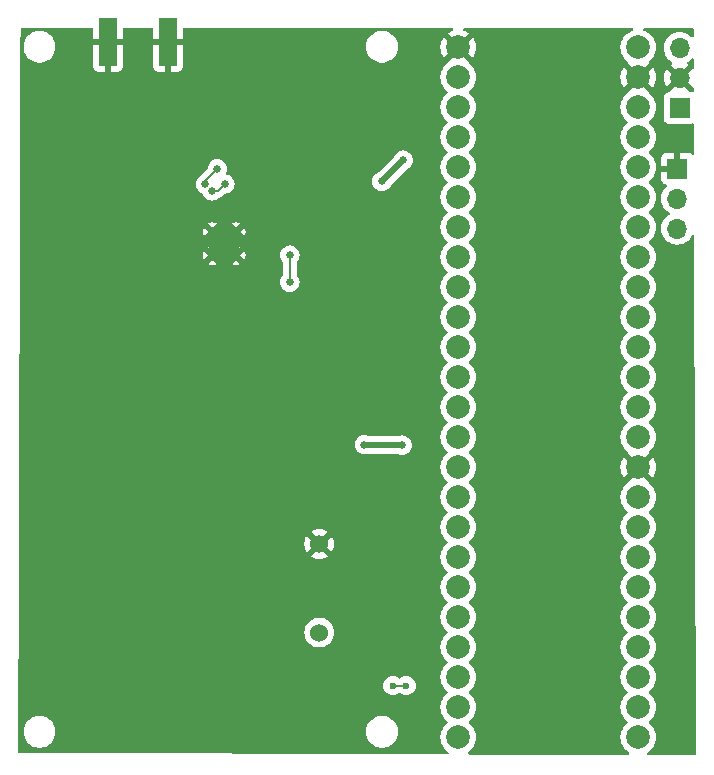
<source format=gbr>
%TF.GenerationSoftware,KiCad,Pcbnew,8.0.2-1*%
%TF.CreationDate,2024-12-19T12:34:36-05:00*%
%TF.ProjectId,low_power_module,6c6f775f-706f-4776-9572-5f6d6f64756c,rev?*%
%TF.SameCoordinates,Original*%
%TF.FileFunction,Copper,L2,Bot*%
%TF.FilePolarity,Positive*%
%FSLAX46Y46*%
G04 Gerber Fmt 4.6, Leading zero omitted, Abs format (unit mm)*
G04 Created by KiCad (PCBNEW 8.0.2-1) date 2024-12-19 12:34:36*
%MOMM*%
%LPD*%
G01*
G04 APERTURE LIST*
%TA.AperFunction,ComponentPad*%
%ADD10C,1.524000*%
%TD*%
%TA.AperFunction,HeatsinkPad*%
%ADD11C,0.600000*%
%TD*%
%TA.AperFunction,HeatsinkPad*%
%ADD12R,2.600000X2.600000*%
%TD*%
%TA.AperFunction,ComponentPad*%
%ADD13R,1.700000X1.700000*%
%TD*%
%TA.AperFunction,ComponentPad*%
%ADD14O,1.700000X1.700000*%
%TD*%
%TA.AperFunction,ComponentPad*%
%ADD15C,2.000000*%
%TD*%
%TA.AperFunction,SMDPad,CuDef*%
%ADD16R,1.524000X4.064000*%
%TD*%
%TA.AperFunction,ViaPad*%
%ADD17C,0.635000*%
%TD*%
%TA.AperFunction,ViaPad*%
%ADD18C,0.600000*%
%TD*%
%TA.AperFunction,Conductor*%
%ADD19C,0.508000*%
%TD*%
%TA.AperFunction,Conductor*%
%ADD20C,0.152400*%
%TD*%
%TA.AperFunction,Conductor*%
%ADD21C,0.200000*%
%TD*%
G04 APERTURE END LIST*
D10*
%TO.P,BZ1,1,+*%
%TO.N,Net-(BZ1-+)*%
X135000000Y-117750000D03*
%TO.P,BZ1,2,-*%
%TO.N,GND*%
X135000000Y-110250000D03*
%TD*%
D11*
%TO.P,U1,21,GND*%
%TO.N,GND*%
X125950000Y-83825000D03*
X125950000Y-85825000D03*
D12*
X126950000Y-84825000D03*
D11*
X127950000Y-83825000D03*
X127950000Y-85825000D03*
%TD*%
D13*
%TO.P,J3,1,Pin_1*%
%TO.N,GND*%
X165300000Y-78470000D03*
D14*
%TO.P,J3,2,Pin_2*%
%TO.N,SRX*%
X165300000Y-81010000D03*
%TO.P,J3,3,Pin_3*%
%TO.N,STX*%
X165300000Y-83550000D03*
%TD*%
D15*
%TO.P,Teensy4.1,0,RX1*%
%TO.N,unconnected-(Teensy4.1-RX1-Pad0)*%
X146760000Y-70750000D03*
%TO.P,Teensy4.1,1,TX1*%
%TO.N,unconnected-(Teensy4.1-TX1-Pad1)*%
X146760000Y-73290000D03*
%TO.P,Teensy4.1,2,PWM*%
%TO.N,unconnected-(Teensy4.1-PWM-Pad2)*%
X146760000Y-75830000D03*
%TO.P,Teensy4.1,3,PWM*%
%TO.N,unconnected-(Teensy4.1-PWM-Pad3)*%
X146760000Y-78370000D03*
%TO.P,Teensy4.1,3V,3.3V*%
%TO.N,+3.3V*%
X146760000Y-103770000D03*
%TO.P,Teensy4.1,3V1,3.3V*%
%TO.N,+3.3V1*%
X162000000Y-73290000D03*
%TO.P,Teensy4.1,4,PWM*%
%TO.N,unconnected-(Teensy4.1-PWM-Pad4)*%
X146760000Y-80910000D03*
%TO.P,Teensy4.1,5,PWM*%
%TO.N,unconnected-(Teensy4.1-PWM-Pad5)*%
X146760000Y-83450000D03*
%TO.P,Teensy4.1,5V,VIN*%
%TO.N,Net-(J2-Pin_3)*%
X162000000Y-68210000D03*
%TO.P,Teensy4.1,6,PWM*%
%TO.N,unconnected-(Teensy4.1-PWM-Pad6)*%
X146760000Y-85990000D03*
%TO.P,Teensy4.1,7,RX2*%
%TO.N,SDN*%
X146760000Y-88530000D03*
%TO.P,Teensy4.1,8,TX2*%
%TO.N,GPIO2*%
X146760000Y-91070000D03*
%TO.P,Teensy4.1,9,PWM*%
%TO.N,GPIO3*%
X146760000Y-93610000D03*
%TO.P,Teensy4.1,10,CS*%
%TO.N,CS*%
X146760000Y-96150000D03*
%TO.P,Teensy4.1,11,MOSI*%
%TO.N,MOSI*%
X146760000Y-98690000D03*
%TO.P,Teensy4.1,12,MISO*%
%TO.N,MISO*%
X146760000Y-101230000D03*
%TO.P,Teensy4.1,13,SCK*%
%TO.N,SCLK*%
X162000000Y-101230000D03*
%TO.P,Teensy4.1,14,A0*%
%TO.N,unconnected-(Teensy4.1-A0-Pad14)*%
X162000000Y-98690000D03*
%TO.P,Teensy4.1,15,A1*%
%TO.N,unconnected-(Teensy4.1-A1-Pad15)*%
X162000000Y-96150000D03*
%TO.P,Teensy4.1,16,A2*%
%TO.N,unconnected-(Teensy4.1-A2-Pad16)*%
X162000000Y-93610000D03*
%TO.P,Teensy4.1,17,A3*%
%TO.N,Net-(STAT1-K)*%
X162000000Y-91070000D03*
%TO.P,Teensy4.1,18,SDA*%
%TO.N,unconnected-(Teensy4.1-SDA-Pad18)*%
X162000000Y-88530000D03*
%TO.P,Teensy4.1,19,SCL*%
%TO.N,unconnected-(Teensy4.1-SCL-Pad19)*%
X162000000Y-85990000D03*
%TO.P,Teensy4.1,20,TX5*%
%TO.N,STX*%
X162000000Y-83450000D03*
%TO.P,Teensy4.1,21,RX5*%
%TO.N,SRX*%
X162000000Y-80910000D03*
%TO.P,Teensy4.1,22,PWM*%
%TO.N,unconnected-(Teensy4.1-PWM-Pad22)*%
X162000000Y-78370000D03*
%TO.P,Teensy4.1,23,PWM*%
%TO.N,unconnected-(Teensy4.1-PWM-Pad23)*%
X162000000Y-75830000D03*
%TO.P,Teensy4.1,24,SCL2*%
%TO.N,IRQ*%
X146760000Y-106310000D03*
%TO.P,Teensy4.1,25,SDA2*%
%TO.N,GPIO1*%
X146760000Y-108850000D03*
%TO.P,Teensy4.1,26,MOSI1*%
%TO.N,GPIO0*%
X146760000Y-111390000D03*
%TO.P,Teensy4.1,27,SCK1*%
%TO.N,unconnected-(Teensy4.1-SCK1-Pad27)*%
X146760000Y-113930000D03*
%TO.P,Teensy4.1,28,RX7*%
%TO.N,unconnected-(Teensy4.1-RX7-Pad28)*%
X146760000Y-116470000D03*
%TO.P,Teensy4.1,29,TX7*%
%TO.N,unconnected-(Teensy4.1-TX7-Pad29)*%
X146760000Y-119010000D03*
%TO.P,Teensy4.1,30,GPIO*%
%TO.N,unconnected-(Teensy4.1-GPIO-Pad30)*%
X146760000Y-121550000D03*
%TO.P,Teensy4.1,31,GPIO*%
%TO.N,unconnected-(Teensy4.1-GPIO-Pad31)*%
X146760000Y-124090000D03*
%TO.P,Teensy4.1,32,GPIO*%
%TO.N,Net-(BZ1-+)*%
X146760000Y-126630000D03*
%TO.P,Teensy4.1,33,PWM*%
%TO.N,unconnected-(Teensy4.1-PWM-Pad33)*%
X162000000Y-126630000D03*
%TO.P,Teensy4.1,34,RX8*%
%TO.N,unconnected-(Teensy4.1-RX8-Pad34)*%
X162000000Y-124090000D03*
%TO.P,Teensy4.1,35,TX8*%
%TO.N,unconnected-(Teensy4.1-TX8-Pad35)*%
X162000000Y-121550000D03*
%TO.P,Teensy4.1,36,PWM*%
%TO.N,unconnected-(Teensy4.1-PWM-Pad36)*%
X162000000Y-119010000D03*
%TO.P,Teensy4.1,37,PWM*%
%TO.N,unconnected-(Teensy4.1-PWM-Pad37)*%
X162000000Y-116470000D03*
%TO.P,Teensy4.1,38,CS1*%
%TO.N,unconnected-(Teensy4.1-CS1-Pad38)*%
X162000000Y-113930000D03*
%TO.P,Teensy4.1,39,MISO1*%
%TO.N,unconnected-(Teensy4.1-MISO1-Pad39)*%
X162000000Y-111390000D03*
%TO.P,Teensy4.1,40,A16*%
%TO.N,unconnected-(Teensy4.1-A16-Pad40)*%
X162000000Y-108850000D03*
%TO.P,Teensy4.1,41,A17*%
%TO.N,unconnected-(Teensy4.1-A17-Pad41)*%
X162000000Y-106310000D03*
%TO.P,Teensy4.1,G,GND*%
%TO.N,GND*%
X146760000Y-68210000D03*
%TO.P,Teensy4.1,G1,GND*%
X162000000Y-70750000D03*
%TO.P,Teensy4.1,G2,GND*%
X162000000Y-103770000D03*
%TD*%
D16*
%TO.P,J1,2,Ext*%
%TO.N,GND*%
X122200000Y-67750000D03*
X117120000Y-67750000D03*
%TD*%
D13*
%TO.P,J2,1,Pin_1*%
%TO.N,unconnected-(J2-Pin_1-Pad1)*%
X165500000Y-73330000D03*
D14*
%TO.P,J2,2,Pin_2*%
%TO.N,GND*%
X165500000Y-70790000D03*
%TO.P,J2,3,Pin_3*%
%TO.N,Net-(J2-Pin_3)*%
X165500000Y-68250000D03*
%TD*%
D17*
%TO.N,+3.3V*%
X141998500Y-101887344D03*
X138801500Y-101843915D03*
%TO.N,GPIO3*%
X125903900Y-80350000D03*
X126996100Y-79772001D03*
%TO.N,SDN*%
X126361152Y-78488848D03*
X125344428Y-79795930D03*
%TO.N,SCLK*%
X132500000Y-85803900D03*
X132500000Y-88096100D03*
%TO.N,GND*%
X116500000Y-82750000D03*
X112300000Y-71350000D03*
X117500000Y-79750000D03*
X130000000Y-90750000D03*
X138000000Y-75750000D03*
X112000000Y-76250000D03*
X130000000Y-88750000D03*
X115500000Y-67750000D03*
X123000000Y-76250000D03*
X138000000Y-73250000D03*
X118200000Y-84750000D03*
X135900000Y-96750000D03*
X124000000Y-67750000D03*
X116000000Y-90750000D03*
X132000000Y-80250000D03*
X116500000Y-80750000D03*
X164700000Y-98350000D03*
X140500000Y-96750000D03*
X116500000Y-84750000D03*
X123000000Y-73250000D03*
X138000000Y-81250000D03*
X138100000Y-96750000D03*
X140500000Y-81750000D03*
X138000000Y-77750000D03*
%TO.N,+3.3V1*%
X142093915Y-77756085D03*
X140300000Y-79550000D03*
D18*
%TO.N,Net-(BZ1-+)*%
X141204600Y-122250000D03*
X142357000Y-122250000D03*
%TD*%
D19*
%TO.N,+3.3V*%
X138844929Y-101887344D02*
X138801500Y-101843915D01*
X141998500Y-101887344D02*
X138844929Y-101887344D01*
D20*
%TO.N,GPIO3*%
X126418101Y-80350000D02*
X126996100Y-79772001D01*
X125903900Y-80350000D02*
X126418101Y-80350000D01*
%TO.N,SDN*%
X125344428Y-79795930D02*
X125344428Y-79505572D01*
X125344428Y-79505572D02*
X126361152Y-78488848D01*
%TO.N,SCLK*%
X132500000Y-88096100D02*
X132500000Y-85803900D01*
D19*
%TO.N,+3.3V1*%
X140300000Y-79550000D02*
X142093915Y-77756085D01*
D21*
%TO.N,Net-(BZ1-+)*%
X142357000Y-122250000D02*
X141204600Y-122250000D01*
%TD*%
%TA.AperFunction,Conductor*%
%TO.N,GND*%
G36*
X166643441Y-66569685D02*
G01*
X166689196Y-66622489D01*
X166700401Y-66673598D01*
X166702247Y-67242588D01*
X166682780Y-67309691D01*
X166630125Y-67355617D01*
X166560999Y-67365784D01*
X166497350Y-67336966D01*
X166490567Y-67330671D01*
X166371402Y-67211506D01*
X166371395Y-67211501D01*
X166177834Y-67075967D01*
X166177830Y-67075965D01*
X166177828Y-67075964D01*
X165963663Y-66976097D01*
X165963659Y-66976096D01*
X165963655Y-66976094D01*
X165735413Y-66914938D01*
X165735403Y-66914936D01*
X165500001Y-66894341D01*
X165499999Y-66894341D01*
X165264596Y-66914936D01*
X165264586Y-66914938D01*
X165036344Y-66976094D01*
X165036335Y-66976098D01*
X164822171Y-67075964D01*
X164822169Y-67075965D01*
X164628597Y-67211505D01*
X164461505Y-67378597D01*
X164325965Y-67572169D01*
X164325964Y-67572171D01*
X164226098Y-67786335D01*
X164226094Y-67786344D01*
X164164938Y-68014586D01*
X164164936Y-68014596D01*
X164144341Y-68249999D01*
X164144341Y-68250000D01*
X164164936Y-68485403D01*
X164164938Y-68485413D01*
X164226094Y-68713655D01*
X164226096Y-68713659D01*
X164226097Y-68713663D01*
X164293317Y-68857816D01*
X164325965Y-68927830D01*
X164325967Y-68927834D01*
X164432433Y-69079882D01*
X164461505Y-69121401D01*
X164628599Y-69288495D01*
X164814594Y-69418730D01*
X164858218Y-69473307D01*
X164865411Y-69542806D01*
X164833889Y-69605160D01*
X164814593Y-69621880D01*
X164738626Y-69675072D01*
X164738625Y-69675072D01*
X165370590Y-70307037D01*
X165307007Y-70324075D01*
X165192993Y-70389901D01*
X165099901Y-70482993D01*
X165034075Y-70597007D01*
X165017037Y-70660590D01*
X164385072Y-70028625D01*
X164326401Y-70112419D01*
X164226570Y-70326507D01*
X164226566Y-70326516D01*
X164165432Y-70554673D01*
X164165430Y-70554684D01*
X164144843Y-70789998D01*
X164144843Y-70790001D01*
X164165430Y-71025315D01*
X164165432Y-71025326D01*
X164226566Y-71253483D01*
X164226570Y-71253492D01*
X164326400Y-71467579D01*
X164326402Y-71467583D01*
X164385072Y-71551373D01*
X164385073Y-71551373D01*
X165017037Y-70919409D01*
X165034075Y-70982993D01*
X165099901Y-71097007D01*
X165192993Y-71190099D01*
X165307007Y-71255925D01*
X165370590Y-71272962D01*
X164700369Y-71943181D01*
X164639046Y-71976666D01*
X164612697Y-71979500D01*
X164602134Y-71979500D01*
X164602123Y-71979501D01*
X164542516Y-71985908D01*
X164407671Y-72036202D01*
X164407664Y-72036206D01*
X164292455Y-72122452D01*
X164292452Y-72122455D01*
X164206206Y-72237664D01*
X164206202Y-72237671D01*
X164155908Y-72372517D01*
X164149501Y-72432116D01*
X164149500Y-72432135D01*
X164149500Y-74227870D01*
X164149501Y-74227876D01*
X164155908Y-74287483D01*
X164206202Y-74422328D01*
X164206206Y-74422335D01*
X164292452Y-74537544D01*
X164292455Y-74537547D01*
X164407664Y-74623793D01*
X164407671Y-74623797D01*
X164542517Y-74674091D01*
X164542516Y-74674091D01*
X164549444Y-74674835D01*
X164602127Y-74680500D01*
X166397872Y-74680499D01*
X166457483Y-74674091D01*
X166559296Y-74636116D01*
X166628987Y-74631133D01*
X166690310Y-74664618D01*
X166723795Y-74725941D01*
X166726628Y-74751896D01*
X166734555Y-77193575D01*
X166715089Y-77260678D01*
X166662433Y-77306605D01*
X166593308Y-77316773D01*
X166529658Y-77287954D01*
X166511289Y-77268288D01*
X166507188Y-77262810D01*
X166507187Y-77262809D01*
X166392093Y-77176649D01*
X166392086Y-77176645D01*
X166257379Y-77126403D01*
X166257372Y-77126401D01*
X166197844Y-77120000D01*
X165550000Y-77120000D01*
X165550000Y-78036988D01*
X165492993Y-78004075D01*
X165365826Y-77970000D01*
X165234174Y-77970000D01*
X165107007Y-78004075D01*
X165050000Y-78036988D01*
X165050000Y-77120000D01*
X164402155Y-77120000D01*
X164342627Y-77126401D01*
X164342620Y-77126403D01*
X164207913Y-77176645D01*
X164207906Y-77176649D01*
X164092812Y-77262809D01*
X164092809Y-77262812D01*
X164006649Y-77377906D01*
X164006645Y-77377913D01*
X163956403Y-77512620D01*
X163956401Y-77512627D01*
X163950000Y-77572155D01*
X163950000Y-78220000D01*
X164866988Y-78220000D01*
X164834075Y-78277007D01*
X164800000Y-78404174D01*
X164800000Y-78535826D01*
X164834075Y-78662993D01*
X164866988Y-78720000D01*
X163950000Y-78720000D01*
X163950000Y-79367844D01*
X163956401Y-79427372D01*
X163956403Y-79427379D01*
X164006645Y-79562086D01*
X164006649Y-79562093D01*
X164092809Y-79677187D01*
X164092812Y-79677190D01*
X164207906Y-79763350D01*
X164207913Y-79763354D01*
X164339470Y-79812421D01*
X164395403Y-79854292D01*
X164419821Y-79919756D01*
X164404970Y-79988029D01*
X164383819Y-80016284D01*
X164261503Y-80138600D01*
X164125965Y-80332169D01*
X164125964Y-80332171D01*
X164026098Y-80546335D01*
X164026094Y-80546344D01*
X163964938Y-80774586D01*
X163964936Y-80774596D01*
X163944341Y-81009999D01*
X163944341Y-81010000D01*
X163964936Y-81245403D01*
X163964938Y-81245413D01*
X164026094Y-81473655D01*
X164026096Y-81473659D01*
X164026097Y-81473663D01*
X164063376Y-81553607D01*
X164125965Y-81687830D01*
X164125967Y-81687834D01*
X164261501Y-81881395D01*
X164261506Y-81881402D01*
X164428597Y-82048493D01*
X164428603Y-82048498D01*
X164614158Y-82178425D01*
X164657783Y-82233002D01*
X164664977Y-82302500D01*
X164633454Y-82364855D01*
X164614158Y-82381575D01*
X164428597Y-82511505D01*
X164261505Y-82678597D01*
X164125965Y-82872169D01*
X164125964Y-82872171D01*
X164026098Y-83086335D01*
X164026094Y-83086344D01*
X163964938Y-83314586D01*
X163964936Y-83314596D01*
X163944341Y-83549999D01*
X163944341Y-83550000D01*
X163964936Y-83785403D01*
X163964938Y-83785413D01*
X164026094Y-84013655D01*
X164026096Y-84013659D01*
X164026097Y-84013663D01*
X164079977Y-84129209D01*
X164125965Y-84227830D01*
X164125967Y-84227834D01*
X164228862Y-84374782D01*
X164261505Y-84421401D01*
X164428599Y-84588495D01*
X164525384Y-84656265D01*
X164622165Y-84724032D01*
X164622167Y-84724033D01*
X164622170Y-84724035D01*
X164836337Y-84823903D01*
X165064592Y-84885063D01*
X165252918Y-84901539D01*
X165299999Y-84905659D01*
X165300000Y-84905659D01*
X165300001Y-84905659D01*
X165339234Y-84902226D01*
X165535408Y-84885063D01*
X165763663Y-84823903D01*
X165977830Y-84724035D01*
X166171401Y-84588495D01*
X166338495Y-84421401D01*
X166474035Y-84227830D01*
X166520857Y-84127419D01*
X166567028Y-84074981D01*
X166634221Y-84055829D01*
X166701102Y-84076044D01*
X166746437Y-84129209D01*
X166757237Y-84179422D01*
X166899594Y-128025163D01*
X166880128Y-128092266D01*
X166827472Y-128138193D01*
X166775163Y-128149565D01*
X162859195Y-128135920D01*
X162792224Y-128116002D01*
X162746654Y-128063039D01*
X162736951Y-127993846D01*
X162766198Y-127930392D01*
X162800607Y-127902867D01*
X162823509Y-127890474D01*
X163019744Y-127737738D01*
X163188164Y-127554785D01*
X163324173Y-127346607D01*
X163424063Y-127118881D01*
X163485108Y-126877821D01*
X163485109Y-126877812D01*
X163505643Y-126630005D01*
X163505643Y-126629994D01*
X163485109Y-126382187D01*
X163485107Y-126382175D01*
X163424063Y-126141118D01*
X163324173Y-125913393D01*
X163188166Y-125705217D01*
X163166557Y-125681744D01*
X163019744Y-125522262D01*
X162936991Y-125457852D01*
X162896179Y-125401143D01*
X162892504Y-125331370D01*
X162927136Y-125270687D01*
X162936985Y-125262151D01*
X163019744Y-125197738D01*
X163188164Y-125014785D01*
X163324173Y-124806607D01*
X163424063Y-124578881D01*
X163485108Y-124337821D01*
X163505643Y-124090000D01*
X163485108Y-123842179D01*
X163424063Y-123601119D01*
X163324173Y-123373393D01*
X163188166Y-123165217D01*
X163068631Y-123035368D01*
X163019744Y-122982262D01*
X162936991Y-122917852D01*
X162896179Y-122861143D01*
X162892504Y-122791370D01*
X162927136Y-122730687D01*
X162936985Y-122722151D01*
X163019744Y-122657738D01*
X163188164Y-122474785D01*
X163324173Y-122266607D01*
X163424063Y-122038881D01*
X163485108Y-121797821D01*
X163489258Y-121747737D01*
X163505643Y-121550005D01*
X163505643Y-121549994D01*
X163485109Y-121302187D01*
X163485107Y-121302175D01*
X163424063Y-121061118D01*
X163324173Y-120833393D01*
X163188166Y-120625217D01*
X163166557Y-120601744D01*
X163019744Y-120442262D01*
X162936991Y-120377852D01*
X162896179Y-120321143D01*
X162892504Y-120251370D01*
X162927136Y-120190687D01*
X162936985Y-120182151D01*
X163019744Y-120117738D01*
X163188164Y-119934785D01*
X163324173Y-119726607D01*
X163424063Y-119498881D01*
X163485108Y-119257821D01*
X163485109Y-119257812D01*
X163505643Y-119010005D01*
X163505643Y-119009994D01*
X163485109Y-118762187D01*
X163485107Y-118762175D01*
X163424063Y-118521118D01*
X163324173Y-118293393D01*
X163188166Y-118085217D01*
X163166557Y-118061744D01*
X163019744Y-117902262D01*
X162936991Y-117837852D01*
X162896179Y-117781143D01*
X162892504Y-117711370D01*
X162927136Y-117650687D01*
X162936985Y-117642151D01*
X163019744Y-117577738D01*
X163188164Y-117394785D01*
X163324173Y-117186607D01*
X163424063Y-116958881D01*
X163485108Y-116717821D01*
X163485109Y-116717812D01*
X163505643Y-116470005D01*
X163505643Y-116469994D01*
X163485109Y-116222187D01*
X163485107Y-116222175D01*
X163424063Y-115981118D01*
X163324173Y-115753393D01*
X163188166Y-115545217D01*
X163166557Y-115521744D01*
X163019744Y-115362262D01*
X162936991Y-115297852D01*
X162896179Y-115241143D01*
X162892504Y-115171370D01*
X162927136Y-115110687D01*
X162936985Y-115102151D01*
X163019744Y-115037738D01*
X163188164Y-114854785D01*
X163324173Y-114646607D01*
X163424063Y-114418881D01*
X163485108Y-114177821D01*
X163505643Y-113930000D01*
X163485108Y-113682179D01*
X163424063Y-113441119D01*
X163324173Y-113213393D01*
X163188166Y-113005217D01*
X163166557Y-112981744D01*
X163019744Y-112822262D01*
X162936991Y-112757852D01*
X162896179Y-112701143D01*
X162892504Y-112631370D01*
X162927136Y-112570687D01*
X162936985Y-112562151D01*
X163019744Y-112497738D01*
X163188164Y-112314785D01*
X163324173Y-112106607D01*
X163424063Y-111878881D01*
X163485108Y-111637821D01*
X163485109Y-111637812D01*
X163505643Y-111390005D01*
X163505643Y-111389994D01*
X163485109Y-111142187D01*
X163485107Y-111142175D01*
X163424063Y-110901118D01*
X163324173Y-110673393D01*
X163188166Y-110465217D01*
X163125424Y-110397061D01*
X163019744Y-110282262D01*
X162936991Y-110217852D01*
X162896179Y-110161143D01*
X162892504Y-110091370D01*
X162927136Y-110030687D01*
X162936985Y-110022151D01*
X163019744Y-109957738D01*
X163188164Y-109774785D01*
X163324173Y-109566607D01*
X163424063Y-109338881D01*
X163485108Y-109097821D01*
X163493013Y-109002424D01*
X163505643Y-108850005D01*
X163505643Y-108849994D01*
X163485109Y-108602187D01*
X163485107Y-108602175D01*
X163424063Y-108361118D01*
X163324173Y-108133393D01*
X163188166Y-107925217D01*
X163166557Y-107901744D01*
X163019744Y-107742262D01*
X162936991Y-107677852D01*
X162896179Y-107621143D01*
X162892504Y-107551370D01*
X162927136Y-107490687D01*
X162936985Y-107482151D01*
X163019744Y-107417738D01*
X163188164Y-107234785D01*
X163324173Y-107026607D01*
X163424063Y-106798881D01*
X163485108Y-106557821D01*
X163505643Y-106310000D01*
X163485108Y-106062179D01*
X163424063Y-105821119D01*
X163324173Y-105593393D01*
X163188166Y-105385217D01*
X163166557Y-105361744D01*
X163019744Y-105202262D01*
X162916253Y-105121712D01*
X162875442Y-105065003D01*
X162868655Y-105016176D01*
X162870056Y-104993609D01*
X162137575Y-104261128D01*
X162196853Y-104245245D01*
X162313147Y-104178102D01*
X162408102Y-104083147D01*
X162475245Y-103966853D01*
X162491127Y-103907575D01*
X163223434Y-104639882D01*
X163323731Y-104486369D01*
X163423587Y-104258717D01*
X163484612Y-104017738D01*
X163484614Y-104017729D01*
X163505141Y-103770005D01*
X163505141Y-103769994D01*
X163484614Y-103522270D01*
X163484612Y-103522261D01*
X163423587Y-103281282D01*
X163323731Y-103053630D01*
X163223434Y-102900116D01*
X162491127Y-103632423D01*
X162475245Y-103573147D01*
X162408102Y-103456853D01*
X162313147Y-103361898D01*
X162196853Y-103294755D01*
X162137575Y-103278872D01*
X162870056Y-102546390D01*
X162868655Y-102523825D01*
X162884147Y-102455694D01*
X162916250Y-102418290D01*
X163019744Y-102337738D01*
X163188164Y-102154785D01*
X163324173Y-101946607D01*
X163424063Y-101718881D01*
X163485108Y-101477821D01*
X163485109Y-101477812D01*
X163505643Y-101230005D01*
X163505643Y-101229994D01*
X163485109Y-100982187D01*
X163485107Y-100982175D01*
X163424063Y-100741118D01*
X163324173Y-100513393D01*
X163188166Y-100305217D01*
X163166557Y-100281744D01*
X163019744Y-100122262D01*
X162936991Y-100057852D01*
X162896179Y-100001143D01*
X162892504Y-99931370D01*
X162927136Y-99870687D01*
X162936985Y-99862151D01*
X163019744Y-99797738D01*
X163188164Y-99614785D01*
X163324173Y-99406607D01*
X163424063Y-99178881D01*
X163485108Y-98937821D01*
X163505643Y-98690000D01*
X163485108Y-98442179D01*
X163424063Y-98201119D01*
X163324173Y-97973393D01*
X163188166Y-97765217D01*
X163166557Y-97741744D01*
X163019744Y-97582262D01*
X162936991Y-97517852D01*
X162896179Y-97461143D01*
X162892504Y-97391370D01*
X162927136Y-97330687D01*
X162936985Y-97322151D01*
X163019744Y-97257738D01*
X163188164Y-97074785D01*
X163324173Y-96866607D01*
X163424063Y-96638881D01*
X163485108Y-96397821D01*
X163505643Y-96150000D01*
X163485108Y-95902179D01*
X163424063Y-95661119D01*
X163324173Y-95433393D01*
X163188166Y-95225217D01*
X163166557Y-95201744D01*
X163019744Y-95042262D01*
X162936991Y-94977852D01*
X162896179Y-94921143D01*
X162892504Y-94851370D01*
X162927136Y-94790687D01*
X162936985Y-94782151D01*
X163019744Y-94717738D01*
X163188164Y-94534785D01*
X163324173Y-94326607D01*
X163424063Y-94098881D01*
X163485108Y-93857821D01*
X163505643Y-93610000D01*
X163485108Y-93362179D01*
X163424063Y-93121119D01*
X163324173Y-92893393D01*
X163188166Y-92685217D01*
X163166557Y-92661744D01*
X163019744Y-92502262D01*
X162936991Y-92437852D01*
X162896179Y-92381143D01*
X162892504Y-92311370D01*
X162927136Y-92250687D01*
X162936985Y-92242151D01*
X163019744Y-92177738D01*
X163188164Y-91994785D01*
X163324173Y-91786607D01*
X163424063Y-91558881D01*
X163485108Y-91317821D01*
X163505643Y-91070000D01*
X163485108Y-90822179D01*
X163424063Y-90581119D01*
X163324173Y-90353393D01*
X163188166Y-90145217D01*
X163166557Y-90121744D01*
X163019744Y-89962262D01*
X162936991Y-89897852D01*
X162896179Y-89841143D01*
X162892504Y-89771370D01*
X162927136Y-89710687D01*
X162936985Y-89702151D01*
X163019744Y-89637738D01*
X163188164Y-89454785D01*
X163324173Y-89246607D01*
X163424063Y-89018881D01*
X163485108Y-88777821D01*
X163505643Y-88530000D01*
X163499284Y-88453263D01*
X163485109Y-88282187D01*
X163485107Y-88282175D01*
X163424063Y-88041118D01*
X163324173Y-87813393D01*
X163188166Y-87605217D01*
X163139445Y-87552292D01*
X163019744Y-87422262D01*
X162936991Y-87357852D01*
X162896179Y-87301143D01*
X162892504Y-87231370D01*
X162927136Y-87170687D01*
X162936985Y-87162151D01*
X163019744Y-87097738D01*
X163188164Y-86914785D01*
X163324173Y-86706607D01*
X163424063Y-86478881D01*
X163485108Y-86237821D01*
X163485109Y-86237812D01*
X163505643Y-85990005D01*
X163505643Y-85989994D01*
X163485109Y-85742187D01*
X163485107Y-85742175D01*
X163424063Y-85501118D01*
X163324173Y-85273393D01*
X163188166Y-85065217D01*
X163165063Y-85040121D01*
X163019744Y-84882262D01*
X162936991Y-84817852D01*
X162896179Y-84761143D01*
X162892504Y-84691370D01*
X162927136Y-84630687D01*
X162936985Y-84622151D01*
X163019744Y-84557738D01*
X163188164Y-84374785D01*
X163324173Y-84166607D01*
X163424063Y-83938881D01*
X163485108Y-83697821D01*
X163497357Y-83549999D01*
X163505643Y-83450005D01*
X163505643Y-83449994D01*
X163485109Y-83202187D01*
X163485107Y-83202175D01*
X163424063Y-82961118D01*
X163324173Y-82733393D01*
X163188166Y-82525217D01*
X163166557Y-82501744D01*
X163019744Y-82342262D01*
X162936991Y-82277852D01*
X162896179Y-82221143D01*
X162892504Y-82151370D01*
X162927136Y-82090687D01*
X162936985Y-82082151D01*
X163019744Y-82017738D01*
X163188164Y-81834785D01*
X163324173Y-81626607D01*
X163424063Y-81398881D01*
X163485108Y-81157821D01*
X163498717Y-80993584D01*
X163505643Y-80910005D01*
X163505643Y-80909994D01*
X163485109Y-80662187D01*
X163485107Y-80662175D01*
X163424063Y-80421118D01*
X163324173Y-80193393D01*
X163188166Y-79985217D01*
X163160315Y-79954963D01*
X163019744Y-79802262D01*
X162936991Y-79737852D01*
X162896179Y-79681143D01*
X162892504Y-79611370D01*
X162927136Y-79550687D01*
X162936985Y-79542151D01*
X163019744Y-79477738D01*
X163188164Y-79294785D01*
X163324173Y-79086607D01*
X163424063Y-78858881D01*
X163485108Y-78617821D01*
X163486916Y-78596000D01*
X163505643Y-78370005D01*
X163505643Y-78369994D01*
X163485109Y-78122187D01*
X163485107Y-78122175D01*
X163424063Y-77881118D01*
X163324173Y-77653393D01*
X163188166Y-77445217D01*
X163145548Y-77398922D01*
X163019744Y-77262262D01*
X162936991Y-77197852D01*
X162896179Y-77141143D01*
X162892504Y-77071370D01*
X162927136Y-77010687D01*
X162936985Y-77002151D01*
X163019744Y-76937738D01*
X163188164Y-76754785D01*
X163324173Y-76546607D01*
X163424063Y-76318881D01*
X163485108Y-76077821D01*
X163505643Y-75830000D01*
X163485108Y-75582179D01*
X163424063Y-75341119D01*
X163324173Y-75113393D01*
X163188166Y-74905217D01*
X163166557Y-74881744D01*
X163019744Y-74722262D01*
X162936991Y-74657852D01*
X162896179Y-74601143D01*
X162892504Y-74531370D01*
X162927136Y-74470687D01*
X162936985Y-74462151D01*
X163019744Y-74397738D01*
X163188164Y-74214785D01*
X163324173Y-74006607D01*
X163424063Y-73778881D01*
X163485108Y-73537821D01*
X163505643Y-73290000D01*
X163485108Y-73042179D01*
X163424063Y-72801119D01*
X163324173Y-72573393D01*
X163231885Y-72432135D01*
X163188166Y-72365217D01*
X163166557Y-72341744D01*
X163019744Y-72182262D01*
X162916253Y-72101712D01*
X162875442Y-72045003D01*
X162868655Y-71996176D01*
X162870056Y-71973609D01*
X162137575Y-71241128D01*
X162196853Y-71225245D01*
X162313147Y-71158102D01*
X162408102Y-71063147D01*
X162475245Y-70946853D01*
X162491127Y-70887575D01*
X163223434Y-71619882D01*
X163323731Y-71466369D01*
X163423587Y-71238717D01*
X163484612Y-70997738D01*
X163484614Y-70997729D01*
X163505141Y-70750005D01*
X163505141Y-70749994D01*
X163484614Y-70502270D01*
X163484612Y-70502261D01*
X163423587Y-70261282D01*
X163323731Y-70033630D01*
X163223434Y-69880116D01*
X162491127Y-70612423D01*
X162475245Y-70553147D01*
X162408102Y-70436853D01*
X162313147Y-70341898D01*
X162196853Y-70274755D01*
X162137575Y-70258872D01*
X162870056Y-69526390D01*
X162868655Y-69503825D01*
X162884147Y-69435694D01*
X162916250Y-69398290D01*
X163019744Y-69317738D01*
X163188164Y-69134785D01*
X163324173Y-68926607D01*
X163424063Y-68698881D01*
X163485108Y-68457821D01*
X163485116Y-68457729D01*
X163505643Y-68210005D01*
X163505643Y-68209994D01*
X163485109Y-67962187D01*
X163485107Y-67962175D01*
X163424063Y-67721118D01*
X163324173Y-67493393D01*
X163188166Y-67285217D01*
X163120309Y-67211505D01*
X163019744Y-67102262D01*
X162823509Y-66949526D01*
X162823507Y-66949525D01*
X162823506Y-66949524D01*
X162604811Y-66831172D01*
X162604802Y-66831169D01*
X162488613Y-66791281D01*
X162431598Y-66750896D01*
X162405467Y-66686096D01*
X162418518Y-66617456D01*
X162466607Y-66566768D01*
X162528876Y-66550000D01*
X166576402Y-66550000D01*
X166643441Y-66569685D01*
G37*
%TD.AperFunction*%
%TA.AperFunction,Conductor*%
G36*
X161538163Y-66569685D02*
G01*
X161583918Y-66622489D01*
X161593862Y-66691647D01*
X161564837Y-66755203D01*
X161511387Y-66791281D01*
X161395197Y-66831169D01*
X161395188Y-66831172D01*
X161176493Y-66949524D01*
X160980257Y-67102261D01*
X160811833Y-67285217D01*
X160675826Y-67493393D01*
X160575936Y-67721118D01*
X160514892Y-67962175D01*
X160514890Y-67962187D01*
X160494357Y-68209994D01*
X160494357Y-68210005D01*
X160514890Y-68457812D01*
X160514892Y-68457824D01*
X160575936Y-68698881D01*
X160675826Y-68926606D01*
X160811833Y-69134782D01*
X160811836Y-69134785D01*
X160980256Y-69317738D01*
X160980259Y-69317740D01*
X160980262Y-69317743D01*
X161083743Y-69398286D01*
X161124556Y-69454996D01*
X161131343Y-69503823D01*
X161129941Y-69526389D01*
X161862424Y-70258871D01*
X161803147Y-70274755D01*
X161686853Y-70341898D01*
X161591898Y-70436853D01*
X161524755Y-70553147D01*
X161508872Y-70612424D01*
X160776564Y-69880116D01*
X160676267Y-70033632D01*
X160576412Y-70261282D01*
X160515387Y-70502261D01*
X160515385Y-70502270D01*
X160494859Y-70749994D01*
X160494859Y-70750005D01*
X160515385Y-70997729D01*
X160515387Y-70997738D01*
X160576412Y-71238717D01*
X160676266Y-71466364D01*
X160776564Y-71619882D01*
X161508871Y-70887575D01*
X161524755Y-70946853D01*
X161591898Y-71063147D01*
X161686853Y-71158102D01*
X161803147Y-71225245D01*
X161862424Y-71241128D01*
X161129942Y-71973609D01*
X161131343Y-71996177D01*
X161115850Y-72064307D01*
X161083744Y-72101713D01*
X160980258Y-72182260D01*
X160811833Y-72365217D01*
X160675826Y-72573393D01*
X160575936Y-72801118D01*
X160514892Y-73042175D01*
X160514890Y-73042187D01*
X160494357Y-73289994D01*
X160494357Y-73290005D01*
X160514890Y-73537812D01*
X160514892Y-73537824D01*
X160575936Y-73778881D01*
X160675826Y-74006606D01*
X160811833Y-74214782D01*
X160823883Y-74227872D01*
X160980256Y-74397738D01*
X161063008Y-74462147D01*
X161103821Y-74518857D01*
X161107496Y-74588630D01*
X161072864Y-74649313D01*
X161063014Y-74657848D01*
X161033913Y-74680499D01*
X160980257Y-74722261D01*
X160811833Y-74905217D01*
X160675826Y-75113393D01*
X160575936Y-75341118D01*
X160514892Y-75582175D01*
X160514890Y-75582187D01*
X160494357Y-75829994D01*
X160494357Y-75830005D01*
X160514890Y-76077812D01*
X160514892Y-76077824D01*
X160575936Y-76318881D01*
X160675826Y-76546606D01*
X160811833Y-76754782D01*
X160811836Y-76754785D01*
X160980256Y-76937738D01*
X161063008Y-77002147D01*
X161103821Y-77058857D01*
X161107496Y-77128630D01*
X161072864Y-77189313D01*
X161063014Y-77197848D01*
X160980256Y-77262262D01*
X160979752Y-77262810D01*
X160811833Y-77445217D01*
X160675826Y-77653393D01*
X160575936Y-77881118D01*
X160514892Y-78122175D01*
X160514890Y-78122187D01*
X160494357Y-78369994D01*
X160494357Y-78370005D01*
X160514890Y-78617812D01*
X160514892Y-78617824D01*
X160575936Y-78858881D01*
X160675826Y-79086606D01*
X160811833Y-79294782D01*
X160811836Y-79294785D01*
X160980256Y-79477738D01*
X161063008Y-79542147D01*
X161103821Y-79598857D01*
X161107496Y-79668630D01*
X161072864Y-79729313D01*
X161063014Y-79737848D01*
X161030250Y-79763350D01*
X160980257Y-79802261D01*
X160811833Y-79985217D01*
X160675826Y-80193393D01*
X160575936Y-80421118D01*
X160514892Y-80662175D01*
X160514890Y-80662187D01*
X160494357Y-80909994D01*
X160494357Y-80910005D01*
X160514890Y-81157812D01*
X160514892Y-81157824D01*
X160575936Y-81398881D01*
X160675826Y-81626606D01*
X160811833Y-81834782D01*
X160811836Y-81834785D01*
X160980256Y-82017738D01*
X161063008Y-82082147D01*
X161103821Y-82138857D01*
X161107496Y-82208630D01*
X161072864Y-82269313D01*
X161063014Y-82277848D01*
X161031342Y-82302500D01*
X160980257Y-82342261D01*
X160811833Y-82525217D01*
X160675826Y-82733393D01*
X160575936Y-82961118D01*
X160514892Y-83202175D01*
X160514890Y-83202187D01*
X160494357Y-83449994D01*
X160494357Y-83450005D01*
X160514890Y-83697812D01*
X160514892Y-83697824D01*
X160575936Y-83938881D01*
X160675826Y-84166606D01*
X160811833Y-84374782D01*
X160811836Y-84374785D01*
X160980256Y-84557738D01*
X161063008Y-84622147D01*
X161103821Y-84678857D01*
X161107496Y-84748630D01*
X161072864Y-84809313D01*
X161063014Y-84817848D01*
X160980256Y-84882262D01*
X160969452Y-84893997D01*
X160811833Y-85065217D01*
X160675826Y-85273393D01*
X160575936Y-85501118D01*
X160514892Y-85742175D01*
X160514890Y-85742187D01*
X160494357Y-85989994D01*
X160494357Y-85990005D01*
X160514890Y-86237812D01*
X160514892Y-86237824D01*
X160575936Y-86478881D01*
X160675826Y-86706606D01*
X160811833Y-86914782D01*
X160811836Y-86914785D01*
X160980256Y-87097738D01*
X161063008Y-87162147D01*
X161103821Y-87218857D01*
X161107496Y-87288630D01*
X161072864Y-87349313D01*
X161063014Y-87357848D01*
X161004400Y-87403469D01*
X160980257Y-87422261D01*
X160811833Y-87605217D01*
X160675826Y-87813393D01*
X160575936Y-88041118D01*
X160514892Y-88282175D01*
X160514890Y-88282187D01*
X160494357Y-88529994D01*
X160494357Y-88530005D01*
X160514890Y-88777812D01*
X160514892Y-88777824D01*
X160575936Y-89018881D01*
X160675826Y-89246606D01*
X160811833Y-89454782D01*
X160811836Y-89454785D01*
X160980256Y-89637738D01*
X161063008Y-89702147D01*
X161103821Y-89758857D01*
X161107496Y-89828630D01*
X161072864Y-89889313D01*
X161063014Y-89897848D01*
X161004400Y-89943469D01*
X160980257Y-89962261D01*
X160811833Y-90145217D01*
X160675826Y-90353393D01*
X160575936Y-90581118D01*
X160514892Y-90822175D01*
X160514890Y-90822187D01*
X160494357Y-91069994D01*
X160494357Y-91070005D01*
X160514890Y-91317812D01*
X160514892Y-91317824D01*
X160575936Y-91558881D01*
X160675826Y-91786606D01*
X160811833Y-91994782D01*
X160811836Y-91994785D01*
X160980256Y-92177738D01*
X161063008Y-92242147D01*
X161103821Y-92298857D01*
X161107496Y-92368630D01*
X161072864Y-92429313D01*
X161063014Y-92437848D01*
X161004400Y-92483469D01*
X160980257Y-92502261D01*
X160811833Y-92685217D01*
X160675826Y-92893393D01*
X160575936Y-93121118D01*
X160514892Y-93362175D01*
X160514890Y-93362187D01*
X160494357Y-93609994D01*
X160494357Y-93610005D01*
X160514890Y-93857812D01*
X160514892Y-93857824D01*
X160575936Y-94098881D01*
X160675826Y-94326606D01*
X160811833Y-94534782D01*
X160811836Y-94534785D01*
X160980256Y-94717738D01*
X161063008Y-94782147D01*
X161103821Y-94838857D01*
X161107496Y-94908630D01*
X161072864Y-94969313D01*
X161063014Y-94977848D01*
X161004400Y-95023469D01*
X160980257Y-95042261D01*
X160811833Y-95225217D01*
X160675826Y-95433393D01*
X160575936Y-95661118D01*
X160514892Y-95902175D01*
X160514890Y-95902187D01*
X160494357Y-96149994D01*
X160494357Y-96150005D01*
X160514890Y-96397812D01*
X160514892Y-96397824D01*
X160575936Y-96638881D01*
X160675826Y-96866606D01*
X160811833Y-97074782D01*
X160811836Y-97074785D01*
X160980256Y-97257738D01*
X161063008Y-97322147D01*
X161103821Y-97378857D01*
X161107496Y-97448630D01*
X161072864Y-97509313D01*
X161063014Y-97517848D01*
X161004400Y-97563469D01*
X160980257Y-97582261D01*
X160811833Y-97765217D01*
X160675826Y-97973393D01*
X160575936Y-98201118D01*
X160514892Y-98442175D01*
X160514890Y-98442187D01*
X160494357Y-98689994D01*
X160494357Y-98690005D01*
X160514890Y-98937812D01*
X160514892Y-98937824D01*
X160575936Y-99178881D01*
X160675826Y-99406606D01*
X160811833Y-99614782D01*
X160811836Y-99614785D01*
X160980256Y-99797738D01*
X161063008Y-99862147D01*
X161103821Y-99918857D01*
X161107496Y-99988630D01*
X161072864Y-100049313D01*
X161063014Y-100057848D01*
X161004400Y-100103469D01*
X160980257Y-100122261D01*
X160811833Y-100305217D01*
X160675826Y-100513393D01*
X160575936Y-100741118D01*
X160514892Y-100982175D01*
X160514890Y-100982187D01*
X160494357Y-101229994D01*
X160494357Y-101230005D01*
X160514890Y-101477812D01*
X160514892Y-101477824D01*
X160575936Y-101718881D01*
X160675826Y-101946606D01*
X160811833Y-102154782D01*
X160811836Y-102154785D01*
X160980256Y-102337738D01*
X160980259Y-102337740D01*
X160980262Y-102337743D01*
X161083743Y-102418286D01*
X161124556Y-102474996D01*
X161131343Y-102523823D01*
X161129941Y-102546389D01*
X161862424Y-103278871D01*
X161803147Y-103294755D01*
X161686853Y-103361898D01*
X161591898Y-103456853D01*
X161524755Y-103573147D01*
X161508872Y-103632424D01*
X160776564Y-102900116D01*
X160676267Y-103053632D01*
X160576412Y-103281282D01*
X160515387Y-103522261D01*
X160515385Y-103522270D01*
X160494859Y-103769994D01*
X160494859Y-103770005D01*
X160515385Y-104017729D01*
X160515387Y-104017738D01*
X160576412Y-104258717D01*
X160676266Y-104486364D01*
X160776564Y-104639882D01*
X161508871Y-103907575D01*
X161524755Y-103966853D01*
X161591898Y-104083147D01*
X161686853Y-104178102D01*
X161803147Y-104245245D01*
X161862424Y-104261128D01*
X161129942Y-104993609D01*
X161131343Y-105016177D01*
X161115850Y-105084307D01*
X161083744Y-105121713D01*
X160980258Y-105202260D01*
X160811833Y-105385217D01*
X160675826Y-105593393D01*
X160575936Y-105821118D01*
X160514892Y-106062175D01*
X160514890Y-106062187D01*
X160494357Y-106309994D01*
X160494357Y-106310005D01*
X160514890Y-106557812D01*
X160514892Y-106557824D01*
X160575936Y-106798881D01*
X160675826Y-107026606D01*
X160811833Y-107234782D01*
X160811836Y-107234785D01*
X160980256Y-107417738D01*
X161063008Y-107482147D01*
X161103821Y-107538857D01*
X161107496Y-107608630D01*
X161072864Y-107669313D01*
X161063014Y-107677848D01*
X161004400Y-107723469D01*
X160980257Y-107742261D01*
X160811833Y-107925217D01*
X160675826Y-108133393D01*
X160575936Y-108361118D01*
X160514892Y-108602175D01*
X160514890Y-108602187D01*
X160494357Y-108849994D01*
X160494357Y-108850005D01*
X160514890Y-109097812D01*
X160514892Y-109097824D01*
X160575936Y-109338881D01*
X160675826Y-109566606D01*
X160811833Y-109774782D01*
X160811836Y-109774785D01*
X160980256Y-109957738D01*
X161063008Y-110022147D01*
X161103821Y-110078857D01*
X161107496Y-110148630D01*
X161072864Y-110209313D01*
X161063014Y-110217848D01*
X161021706Y-110250000D01*
X160980257Y-110282261D01*
X160811833Y-110465217D01*
X160675826Y-110673393D01*
X160575936Y-110901118D01*
X160514892Y-111142175D01*
X160514890Y-111142187D01*
X160494357Y-111389994D01*
X160494357Y-111390005D01*
X160514890Y-111637812D01*
X160514892Y-111637824D01*
X160575936Y-111878881D01*
X160675826Y-112106606D01*
X160811833Y-112314782D01*
X160811836Y-112314785D01*
X160980256Y-112497738D01*
X161063008Y-112562147D01*
X161103821Y-112618857D01*
X161107496Y-112688630D01*
X161072864Y-112749313D01*
X161063014Y-112757848D01*
X161004400Y-112803469D01*
X160980257Y-112822261D01*
X160811833Y-113005217D01*
X160675826Y-113213393D01*
X160575936Y-113441118D01*
X160514892Y-113682175D01*
X160514890Y-113682187D01*
X160494357Y-113929994D01*
X160494357Y-113930005D01*
X160514890Y-114177812D01*
X160514892Y-114177824D01*
X160575936Y-114418881D01*
X160675826Y-114646606D01*
X160811833Y-114854782D01*
X160811836Y-114854785D01*
X160980256Y-115037738D01*
X161063008Y-115102147D01*
X161103821Y-115158857D01*
X161107496Y-115228630D01*
X161072864Y-115289313D01*
X161063014Y-115297848D01*
X161004400Y-115343469D01*
X160980257Y-115362261D01*
X160811833Y-115545217D01*
X160675826Y-115753393D01*
X160575936Y-115981118D01*
X160514892Y-116222175D01*
X160514890Y-116222187D01*
X160494357Y-116469994D01*
X160494357Y-116470005D01*
X160514890Y-116717812D01*
X160514892Y-116717824D01*
X160575936Y-116958881D01*
X160675826Y-117186606D01*
X160811833Y-117394782D01*
X160811836Y-117394785D01*
X160980256Y-117577738D01*
X161063008Y-117642147D01*
X161103821Y-117698857D01*
X161107496Y-117768630D01*
X161072864Y-117829313D01*
X161063014Y-117837848D01*
X161004400Y-117883469D01*
X160980257Y-117902261D01*
X160811833Y-118085217D01*
X160675826Y-118293393D01*
X160575936Y-118521118D01*
X160514892Y-118762175D01*
X160514890Y-118762187D01*
X160494357Y-119009994D01*
X160494357Y-119010005D01*
X160514890Y-119257812D01*
X160514892Y-119257824D01*
X160575936Y-119498881D01*
X160675826Y-119726606D01*
X160811833Y-119934782D01*
X160811836Y-119934785D01*
X160980256Y-120117738D01*
X161063008Y-120182147D01*
X161103821Y-120238857D01*
X161107496Y-120308630D01*
X161072864Y-120369313D01*
X161063014Y-120377848D01*
X161004400Y-120423469D01*
X160980257Y-120442261D01*
X160811833Y-120625217D01*
X160675826Y-120833393D01*
X160575936Y-121061118D01*
X160514892Y-121302175D01*
X160514890Y-121302187D01*
X160494357Y-121549994D01*
X160494357Y-121550005D01*
X160514890Y-121797812D01*
X160514892Y-121797824D01*
X160575936Y-122038881D01*
X160675826Y-122266606D01*
X160811833Y-122474782D01*
X160811836Y-122474785D01*
X160980256Y-122657738D01*
X161063008Y-122722147D01*
X161103821Y-122778857D01*
X161107496Y-122848630D01*
X161072864Y-122909313D01*
X161063014Y-122917848D01*
X161004400Y-122963469D01*
X160980257Y-122982261D01*
X160811833Y-123165217D01*
X160675826Y-123373393D01*
X160575936Y-123601118D01*
X160514892Y-123842175D01*
X160514890Y-123842187D01*
X160494357Y-124089994D01*
X160494357Y-124090005D01*
X160514890Y-124337812D01*
X160514892Y-124337824D01*
X160575936Y-124578881D01*
X160675826Y-124806606D01*
X160811833Y-125014782D01*
X160811836Y-125014785D01*
X160980256Y-125197738D01*
X161063008Y-125262147D01*
X161103821Y-125318857D01*
X161107496Y-125388630D01*
X161072864Y-125449313D01*
X161063014Y-125457848D01*
X161004400Y-125503469D01*
X160980257Y-125522261D01*
X160811833Y-125705217D01*
X160675826Y-125913393D01*
X160575936Y-126141118D01*
X160514892Y-126382175D01*
X160514890Y-126382187D01*
X160494357Y-126629994D01*
X160494357Y-126630005D01*
X160514890Y-126877812D01*
X160514892Y-126877824D01*
X160575936Y-127118881D01*
X160675826Y-127346606D01*
X160811833Y-127554782D01*
X160811836Y-127554785D01*
X160980256Y-127737738D01*
X161176491Y-127890474D01*
X161176494Y-127890476D01*
X161176496Y-127890477D01*
X161188250Y-127896838D01*
X161237840Y-127946058D01*
X161252947Y-128014274D01*
X161228776Y-128079830D01*
X161173000Y-128121911D01*
X161128799Y-128129891D01*
X147696802Y-128083089D01*
X147629831Y-128063171D01*
X147584261Y-128010208D01*
X147574558Y-127941015D01*
X147603805Y-127877561D01*
X147621062Y-127861244D01*
X147779744Y-127737738D01*
X147948164Y-127554785D01*
X148084173Y-127346607D01*
X148184063Y-127118881D01*
X148245108Y-126877821D01*
X148245109Y-126877812D01*
X148265643Y-126630005D01*
X148265643Y-126629994D01*
X148245109Y-126382187D01*
X148245107Y-126382175D01*
X148184063Y-126141118D01*
X148084173Y-125913393D01*
X147948166Y-125705217D01*
X147926557Y-125681744D01*
X147779744Y-125522262D01*
X147696991Y-125457852D01*
X147656179Y-125401143D01*
X147652504Y-125331370D01*
X147687136Y-125270687D01*
X147696985Y-125262151D01*
X147779744Y-125197738D01*
X147948164Y-125014785D01*
X148084173Y-124806607D01*
X148184063Y-124578881D01*
X148245108Y-124337821D01*
X148265643Y-124090000D01*
X148245108Y-123842179D01*
X148184063Y-123601119D01*
X148084173Y-123373393D01*
X147948166Y-123165217D01*
X147828631Y-123035368D01*
X147779744Y-122982262D01*
X147696991Y-122917852D01*
X147656179Y-122861143D01*
X147652504Y-122791370D01*
X147687136Y-122730687D01*
X147696985Y-122722151D01*
X147779744Y-122657738D01*
X147948164Y-122474785D01*
X148084173Y-122266607D01*
X148184063Y-122038881D01*
X148245108Y-121797821D01*
X148249258Y-121747737D01*
X148265643Y-121550005D01*
X148265643Y-121549994D01*
X148245109Y-121302187D01*
X148245107Y-121302175D01*
X148184063Y-121061118D01*
X148084173Y-120833393D01*
X147948166Y-120625217D01*
X147926557Y-120601744D01*
X147779744Y-120442262D01*
X147696991Y-120377852D01*
X147656179Y-120321143D01*
X147652504Y-120251370D01*
X147687136Y-120190687D01*
X147696985Y-120182151D01*
X147779744Y-120117738D01*
X147948164Y-119934785D01*
X148084173Y-119726607D01*
X148184063Y-119498881D01*
X148245108Y-119257821D01*
X148245109Y-119257812D01*
X148265643Y-119010005D01*
X148265643Y-119009994D01*
X148245109Y-118762187D01*
X148245107Y-118762175D01*
X148184063Y-118521118D01*
X148084173Y-118293393D01*
X147948166Y-118085217D01*
X147926557Y-118061744D01*
X147779744Y-117902262D01*
X147696991Y-117837852D01*
X147656179Y-117781143D01*
X147652504Y-117711370D01*
X147687136Y-117650687D01*
X147696985Y-117642151D01*
X147779744Y-117577738D01*
X147948164Y-117394785D01*
X148084173Y-117186607D01*
X148184063Y-116958881D01*
X148245108Y-116717821D01*
X148245109Y-116717812D01*
X148265643Y-116470005D01*
X148265643Y-116469994D01*
X148245109Y-116222187D01*
X148245107Y-116222175D01*
X148184063Y-115981118D01*
X148084173Y-115753393D01*
X147948166Y-115545217D01*
X147926557Y-115521744D01*
X147779744Y-115362262D01*
X147696991Y-115297852D01*
X147656179Y-115241143D01*
X147652504Y-115171370D01*
X147687136Y-115110687D01*
X147696985Y-115102151D01*
X147779744Y-115037738D01*
X147948164Y-114854785D01*
X148084173Y-114646607D01*
X148184063Y-114418881D01*
X148245108Y-114177821D01*
X148265643Y-113930000D01*
X148245108Y-113682179D01*
X148184063Y-113441119D01*
X148084173Y-113213393D01*
X147948166Y-113005217D01*
X147926557Y-112981744D01*
X147779744Y-112822262D01*
X147696991Y-112757852D01*
X147656179Y-112701143D01*
X147652504Y-112631370D01*
X147687136Y-112570687D01*
X147696985Y-112562151D01*
X147779744Y-112497738D01*
X147948164Y-112314785D01*
X148084173Y-112106607D01*
X148184063Y-111878881D01*
X148245108Y-111637821D01*
X148245109Y-111637812D01*
X148265643Y-111390005D01*
X148265643Y-111389994D01*
X148245109Y-111142187D01*
X148245107Y-111142175D01*
X148184063Y-110901118D01*
X148084173Y-110673393D01*
X147948166Y-110465217D01*
X147885424Y-110397061D01*
X147779744Y-110282262D01*
X147696991Y-110217852D01*
X147656179Y-110161143D01*
X147652504Y-110091370D01*
X147687136Y-110030687D01*
X147696985Y-110022151D01*
X147779744Y-109957738D01*
X147948164Y-109774785D01*
X148084173Y-109566607D01*
X148184063Y-109338881D01*
X148245108Y-109097821D01*
X148253013Y-109002424D01*
X148265643Y-108850005D01*
X148265643Y-108849994D01*
X148245109Y-108602187D01*
X148245107Y-108602175D01*
X148184063Y-108361118D01*
X148084173Y-108133393D01*
X147948166Y-107925217D01*
X147926557Y-107901744D01*
X147779744Y-107742262D01*
X147696991Y-107677852D01*
X147656179Y-107621143D01*
X147652504Y-107551370D01*
X147687136Y-107490687D01*
X147696985Y-107482151D01*
X147779744Y-107417738D01*
X147948164Y-107234785D01*
X148084173Y-107026607D01*
X148184063Y-106798881D01*
X148245108Y-106557821D01*
X148265643Y-106310000D01*
X148245108Y-106062179D01*
X148184063Y-105821119D01*
X148084173Y-105593393D01*
X147948166Y-105385217D01*
X147926557Y-105361744D01*
X147779744Y-105202262D01*
X147696991Y-105137852D01*
X147656179Y-105081143D01*
X147652504Y-105011370D01*
X147687136Y-104950687D01*
X147696985Y-104942151D01*
X147779744Y-104877738D01*
X147948164Y-104694785D01*
X148084173Y-104486607D01*
X148184063Y-104258881D01*
X148245108Y-104017821D01*
X148245116Y-104017729D01*
X148265643Y-103770005D01*
X148265643Y-103769994D01*
X148245109Y-103522187D01*
X148245107Y-103522175D01*
X148184063Y-103281118D01*
X148084173Y-103053393D01*
X147948166Y-102845217D01*
X147842561Y-102730500D01*
X147779744Y-102662262D01*
X147696991Y-102597852D01*
X147656179Y-102541143D01*
X147652504Y-102471370D01*
X147687136Y-102410687D01*
X147696985Y-102402151D01*
X147779744Y-102337738D01*
X147948164Y-102154785D01*
X148084173Y-101946607D01*
X148184063Y-101718881D01*
X148245108Y-101477821D01*
X148245109Y-101477812D01*
X148265643Y-101230005D01*
X148265643Y-101229994D01*
X148245109Y-100982187D01*
X148245107Y-100982175D01*
X148184063Y-100741118D01*
X148084173Y-100513393D01*
X147948166Y-100305217D01*
X147926557Y-100281744D01*
X147779744Y-100122262D01*
X147696991Y-100057852D01*
X147656179Y-100001143D01*
X147652504Y-99931370D01*
X147687136Y-99870687D01*
X147696985Y-99862151D01*
X147779744Y-99797738D01*
X147948164Y-99614785D01*
X148084173Y-99406607D01*
X148184063Y-99178881D01*
X148245108Y-98937821D01*
X148265643Y-98690000D01*
X148245108Y-98442179D01*
X148184063Y-98201119D01*
X148084173Y-97973393D01*
X147948166Y-97765217D01*
X147926557Y-97741744D01*
X147779744Y-97582262D01*
X147696991Y-97517852D01*
X147656179Y-97461143D01*
X147652504Y-97391370D01*
X147687136Y-97330687D01*
X147696985Y-97322151D01*
X147779744Y-97257738D01*
X147948164Y-97074785D01*
X148084173Y-96866607D01*
X148184063Y-96638881D01*
X148245108Y-96397821D01*
X148265643Y-96150000D01*
X148245108Y-95902179D01*
X148184063Y-95661119D01*
X148084173Y-95433393D01*
X147948166Y-95225217D01*
X147926557Y-95201744D01*
X147779744Y-95042262D01*
X147696991Y-94977852D01*
X147656179Y-94921143D01*
X147652504Y-94851370D01*
X147687136Y-94790687D01*
X147696985Y-94782151D01*
X147779744Y-94717738D01*
X147948164Y-94534785D01*
X148084173Y-94326607D01*
X148184063Y-94098881D01*
X148245108Y-93857821D01*
X148265643Y-93610000D01*
X148245108Y-93362179D01*
X148184063Y-93121119D01*
X148084173Y-92893393D01*
X147948166Y-92685217D01*
X147926557Y-92661744D01*
X147779744Y-92502262D01*
X147696991Y-92437852D01*
X147656179Y-92381143D01*
X147652504Y-92311370D01*
X147687136Y-92250687D01*
X147696985Y-92242151D01*
X147779744Y-92177738D01*
X147948164Y-91994785D01*
X148084173Y-91786607D01*
X148184063Y-91558881D01*
X148245108Y-91317821D01*
X148265643Y-91070000D01*
X148245108Y-90822179D01*
X148184063Y-90581119D01*
X148084173Y-90353393D01*
X147948166Y-90145217D01*
X147926557Y-90121744D01*
X147779744Y-89962262D01*
X147696991Y-89897852D01*
X147656179Y-89841143D01*
X147652504Y-89771370D01*
X147687136Y-89710687D01*
X147696985Y-89702151D01*
X147779744Y-89637738D01*
X147948164Y-89454785D01*
X148084173Y-89246607D01*
X148184063Y-89018881D01*
X148245108Y-88777821D01*
X148265643Y-88530000D01*
X148259284Y-88453263D01*
X148245109Y-88282187D01*
X148245107Y-88282175D01*
X148184063Y-88041118D01*
X148084173Y-87813393D01*
X147948166Y-87605217D01*
X147899445Y-87552292D01*
X147779744Y-87422262D01*
X147696991Y-87357852D01*
X147656179Y-87301143D01*
X147652504Y-87231370D01*
X147687136Y-87170687D01*
X147696985Y-87162151D01*
X147779744Y-87097738D01*
X147948164Y-86914785D01*
X148084173Y-86706607D01*
X148184063Y-86478881D01*
X148245108Y-86237821D01*
X148245109Y-86237812D01*
X148265643Y-85990005D01*
X148265643Y-85989994D01*
X148245109Y-85742187D01*
X148245107Y-85742175D01*
X148184063Y-85501118D01*
X148084173Y-85273393D01*
X147948166Y-85065217D01*
X147925063Y-85040121D01*
X147779744Y-84882262D01*
X147696991Y-84817852D01*
X147656179Y-84761143D01*
X147652504Y-84691370D01*
X147687136Y-84630687D01*
X147696985Y-84622151D01*
X147779744Y-84557738D01*
X147948164Y-84374785D01*
X148084173Y-84166607D01*
X148184063Y-83938881D01*
X148245108Y-83697821D01*
X148257357Y-83549999D01*
X148265643Y-83450005D01*
X148265643Y-83449994D01*
X148245109Y-83202187D01*
X148245107Y-83202175D01*
X148184063Y-82961118D01*
X148084173Y-82733393D01*
X147948166Y-82525217D01*
X147926557Y-82501744D01*
X147779744Y-82342262D01*
X147696991Y-82277852D01*
X147656179Y-82221143D01*
X147652504Y-82151370D01*
X147687136Y-82090687D01*
X147696985Y-82082151D01*
X147779744Y-82017738D01*
X147948164Y-81834785D01*
X148084173Y-81626607D01*
X148184063Y-81398881D01*
X148245108Y-81157821D01*
X148258717Y-80993584D01*
X148265643Y-80910005D01*
X148265643Y-80909994D01*
X148245109Y-80662187D01*
X148245107Y-80662175D01*
X148184063Y-80421118D01*
X148084173Y-80193393D01*
X147948166Y-79985217D01*
X147920315Y-79954963D01*
X147779744Y-79802262D01*
X147696991Y-79737852D01*
X147656179Y-79681143D01*
X147652504Y-79611370D01*
X147687136Y-79550687D01*
X147696985Y-79542151D01*
X147779744Y-79477738D01*
X147948164Y-79294785D01*
X148084173Y-79086607D01*
X148184063Y-78858881D01*
X148245108Y-78617821D01*
X148246916Y-78596000D01*
X148265643Y-78370005D01*
X148265643Y-78369994D01*
X148245109Y-78122187D01*
X148245107Y-78122175D01*
X148184063Y-77881118D01*
X148084173Y-77653393D01*
X147948166Y-77445217D01*
X147905548Y-77398922D01*
X147779744Y-77262262D01*
X147696991Y-77197852D01*
X147656179Y-77141143D01*
X147652504Y-77071370D01*
X147687136Y-77010687D01*
X147696985Y-77002151D01*
X147779744Y-76937738D01*
X147948164Y-76754785D01*
X148084173Y-76546607D01*
X148184063Y-76318881D01*
X148245108Y-76077821D01*
X148265643Y-75830000D01*
X148245108Y-75582179D01*
X148184063Y-75341119D01*
X148084173Y-75113393D01*
X147948166Y-74905217D01*
X147926557Y-74881744D01*
X147779744Y-74722262D01*
X147696991Y-74657852D01*
X147656179Y-74601143D01*
X147652504Y-74531370D01*
X147687136Y-74470687D01*
X147696985Y-74462151D01*
X147779744Y-74397738D01*
X147948164Y-74214785D01*
X148084173Y-74006607D01*
X148184063Y-73778881D01*
X148245108Y-73537821D01*
X148265643Y-73290000D01*
X148245108Y-73042179D01*
X148184063Y-72801119D01*
X148084173Y-72573393D01*
X147991885Y-72432135D01*
X147948166Y-72365217D01*
X147926557Y-72341744D01*
X147779744Y-72182262D01*
X147696991Y-72117852D01*
X147656179Y-72061143D01*
X147652504Y-71991370D01*
X147687136Y-71930687D01*
X147696985Y-71922151D01*
X147779744Y-71857738D01*
X147948164Y-71674785D01*
X148084173Y-71466607D01*
X148184063Y-71238881D01*
X148245108Y-70997821D01*
X148246337Y-70982993D01*
X148265643Y-70750005D01*
X148265643Y-70749994D01*
X148245109Y-70502187D01*
X148245107Y-70502175D01*
X148184063Y-70261118D01*
X148084173Y-70033393D01*
X147948166Y-69825217D01*
X147842561Y-69710500D01*
X147779744Y-69642262D01*
X147676253Y-69561712D01*
X147635442Y-69505003D01*
X147628655Y-69456176D01*
X147630056Y-69433609D01*
X146897575Y-68701128D01*
X146956853Y-68685245D01*
X147073147Y-68618102D01*
X147168102Y-68523147D01*
X147235245Y-68406853D01*
X147251127Y-68347575D01*
X147983434Y-69079882D01*
X148083731Y-68926369D01*
X148183587Y-68698717D01*
X148244612Y-68457738D01*
X148244614Y-68457729D01*
X148265141Y-68210005D01*
X148265141Y-68209994D01*
X148244614Y-67962270D01*
X148244612Y-67962261D01*
X148183587Y-67721282D01*
X148083731Y-67493630D01*
X147983434Y-67340116D01*
X147251127Y-68072423D01*
X147235245Y-68013147D01*
X147168102Y-67896853D01*
X147073147Y-67801898D01*
X146956853Y-67734755D01*
X146897575Y-67718872D01*
X147630057Y-66986390D01*
X147630056Y-66986389D01*
X147583229Y-66949943D01*
X147364614Y-66831635D01*
X147364603Y-66831630D01*
X147247070Y-66791281D01*
X147190055Y-66750896D01*
X147163924Y-66686096D01*
X147176975Y-66617456D01*
X147225064Y-66566768D01*
X147287333Y-66550000D01*
X161471124Y-66550000D01*
X161538163Y-66569685D01*
G37*
%TD.AperFunction*%
%TA.AperFunction,Conductor*%
G36*
X115801039Y-66569685D02*
G01*
X115846794Y-66622489D01*
X115858000Y-66674000D01*
X115858000Y-67500000D01*
X118382000Y-67500000D01*
X118382000Y-66674000D01*
X118401685Y-66606961D01*
X118454489Y-66561206D01*
X118506000Y-66550000D01*
X120814000Y-66550000D01*
X120881039Y-66569685D01*
X120926794Y-66622489D01*
X120938000Y-66674000D01*
X120938000Y-67500000D01*
X123462000Y-67500000D01*
X123462000Y-66674000D01*
X123481685Y-66606961D01*
X123534489Y-66561206D01*
X123586000Y-66550000D01*
X146232667Y-66550000D01*
X146299706Y-66569685D01*
X146345461Y-66622489D01*
X146355405Y-66691647D01*
X146326380Y-66755203D01*
X146272930Y-66791281D01*
X146155396Y-66831630D01*
X146155390Y-66831632D01*
X145936761Y-66949949D01*
X145889942Y-66986388D01*
X145889942Y-66986390D01*
X146622424Y-67718871D01*
X146563147Y-67734755D01*
X146446853Y-67801898D01*
X146351898Y-67896853D01*
X146284755Y-68013147D01*
X146268872Y-68072424D01*
X145536564Y-67340116D01*
X145436267Y-67493632D01*
X145336412Y-67721282D01*
X145275387Y-67962261D01*
X145275385Y-67962270D01*
X145254859Y-68209994D01*
X145254859Y-68210005D01*
X145275385Y-68457729D01*
X145275387Y-68457738D01*
X145336412Y-68698717D01*
X145436266Y-68926364D01*
X145536564Y-69079882D01*
X146268871Y-68347575D01*
X146284755Y-68406853D01*
X146351898Y-68523147D01*
X146446853Y-68618102D01*
X146563147Y-68685245D01*
X146622424Y-68701128D01*
X145889942Y-69433609D01*
X145891343Y-69456177D01*
X145875850Y-69524307D01*
X145843744Y-69561713D01*
X145740258Y-69642260D01*
X145571833Y-69825217D01*
X145435826Y-70033393D01*
X145335936Y-70261118D01*
X145274892Y-70502175D01*
X145274890Y-70502187D01*
X145254357Y-70749994D01*
X145254357Y-70750005D01*
X145274890Y-70997812D01*
X145274892Y-70997824D01*
X145335936Y-71238881D01*
X145435826Y-71466606D01*
X145571833Y-71674782D01*
X145571836Y-71674785D01*
X145740256Y-71857738D01*
X145823008Y-71922147D01*
X145863821Y-71978857D01*
X145867496Y-72048630D01*
X145832864Y-72109313D01*
X145823014Y-72117848D01*
X145764400Y-72163469D01*
X145740257Y-72182261D01*
X145571833Y-72365217D01*
X145435826Y-72573393D01*
X145335936Y-72801118D01*
X145274892Y-73042175D01*
X145274890Y-73042187D01*
X145254357Y-73289994D01*
X145254357Y-73290005D01*
X145274890Y-73537812D01*
X145274892Y-73537824D01*
X145335936Y-73778881D01*
X145435826Y-74006606D01*
X145571833Y-74214782D01*
X145583883Y-74227872D01*
X145740256Y-74397738D01*
X145823008Y-74462147D01*
X145863821Y-74518857D01*
X145867496Y-74588630D01*
X145832864Y-74649313D01*
X145823014Y-74657848D01*
X145793913Y-74680499D01*
X145740257Y-74722261D01*
X145571833Y-74905217D01*
X145435826Y-75113393D01*
X145335936Y-75341118D01*
X145274892Y-75582175D01*
X145274890Y-75582187D01*
X145254357Y-75829994D01*
X145254357Y-75830005D01*
X145274890Y-76077812D01*
X145274892Y-76077824D01*
X145335936Y-76318881D01*
X145435826Y-76546606D01*
X145571833Y-76754782D01*
X145571836Y-76754785D01*
X145740256Y-76937738D01*
X145823008Y-77002147D01*
X145863821Y-77058857D01*
X145867496Y-77128630D01*
X145832864Y-77189313D01*
X145823014Y-77197848D01*
X145740256Y-77262262D01*
X145739752Y-77262810D01*
X145571833Y-77445217D01*
X145435826Y-77653393D01*
X145335936Y-77881118D01*
X145274892Y-78122175D01*
X145274890Y-78122187D01*
X145254357Y-78369994D01*
X145254357Y-78370005D01*
X145274890Y-78617812D01*
X145274892Y-78617824D01*
X145335936Y-78858881D01*
X145435826Y-79086606D01*
X145571833Y-79294782D01*
X145571836Y-79294785D01*
X145740256Y-79477738D01*
X145823008Y-79542147D01*
X145863821Y-79598857D01*
X145867496Y-79668630D01*
X145832864Y-79729313D01*
X145823014Y-79737848D01*
X145790250Y-79763350D01*
X145740257Y-79802261D01*
X145571833Y-79985217D01*
X145435826Y-80193393D01*
X145335936Y-80421118D01*
X145274892Y-80662175D01*
X145274890Y-80662187D01*
X145254357Y-80909994D01*
X145254357Y-80910005D01*
X145274890Y-81157812D01*
X145274892Y-81157824D01*
X145335936Y-81398881D01*
X145435826Y-81626606D01*
X145571833Y-81834782D01*
X145571836Y-81834785D01*
X145740256Y-82017738D01*
X145823008Y-82082147D01*
X145863821Y-82138857D01*
X145867496Y-82208630D01*
X145832864Y-82269313D01*
X145823014Y-82277848D01*
X145791342Y-82302500D01*
X145740257Y-82342261D01*
X145571833Y-82525217D01*
X145435826Y-82733393D01*
X145335936Y-82961118D01*
X145274892Y-83202175D01*
X145274890Y-83202187D01*
X145254357Y-83449994D01*
X145254357Y-83450005D01*
X145274890Y-83697812D01*
X145274892Y-83697824D01*
X145335936Y-83938881D01*
X145435826Y-84166606D01*
X145571833Y-84374782D01*
X145571836Y-84374785D01*
X145740256Y-84557738D01*
X145823008Y-84622147D01*
X145863821Y-84678857D01*
X145867496Y-84748630D01*
X145832864Y-84809313D01*
X145823014Y-84817848D01*
X145740256Y-84882262D01*
X145729452Y-84893997D01*
X145571833Y-85065217D01*
X145435826Y-85273393D01*
X145335936Y-85501118D01*
X145274892Y-85742175D01*
X145274890Y-85742187D01*
X145254357Y-85989994D01*
X145254357Y-85990005D01*
X145274890Y-86237812D01*
X145274892Y-86237824D01*
X145335936Y-86478881D01*
X145435826Y-86706606D01*
X145571833Y-86914782D01*
X145571836Y-86914785D01*
X145740256Y-87097738D01*
X145823008Y-87162147D01*
X145863821Y-87218857D01*
X145867496Y-87288630D01*
X145832864Y-87349313D01*
X145823014Y-87357848D01*
X145764400Y-87403469D01*
X145740257Y-87422261D01*
X145571833Y-87605217D01*
X145435826Y-87813393D01*
X145335936Y-88041118D01*
X145274892Y-88282175D01*
X145274890Y-88282187D01*
X145254357Y-88529994D01*
X145254357Y-88530005D01*
X145274890Y-88777812D01*
X145274892Y-88777824D01*
X145335936Y-89018881D01*
X145435826Y-89246606D01*
X145571833Y-89454782D01*
X145571836Y-89454785D01*
X145740256Y-89637738D01*
X145823008Y-89702147D01*
X145863821Y-89758857D01*
X145867496Y-89828630D01*
X145832864Y-89889313D01*
X145823014Y-89897848D01*
X145764400Y-89943469D01*
X145740257Y-89962261D01*
X145571833Y-90145217D01*
X145435826Y-90353393D01*
X145335936Y-90581118D01*
X145274892Y-90822175D01*
X145274890Y-90822187D01*
X145254357Y-91069994D01*
X145254357Y-91070005D01*
X145274890Y-91317812D01*
X145274892Y-91317824D01*
X145335936Y-91558881D01*
X145435826Y-91786606D01*
X145571833Y-91994782D01*
X145571836Y-91994785D01*
X145740256Y-92177738D01*
X145823008Y-92242147D01*
X145863821Y-92298857D01*
X145867496Y-92368630D01*
X145832864Y-92429313D01*
X145823014Y-92437848D01*
X145764400Y-92483469D01*
X145740257Y-92502261D01*
X145571833Y-92685217D01*
X145435826Y-92893393D01*
X145335936Y-93121118D01*
X145274892Y-93362175D01*
X145274890Y-93362187D01*
X145254357Y-93609994D01*
X145254357Y-93610005D01*
X145274890Y-93857812D01*
X145274892Y-93857824D01*
X145335936Y-94098881D01*
X145435826Y-94326606D01*
X145571833Y-94534782D01*
X145571836Y-94534785D01*
X145740256Y-94717738D01*
X145823008Y-94782147D01*
X145863821Y-94838857D01*
X145867496Y-94908630D01*
X145832864Y-94969313D01*
X145823014Y-94977848D01*
X145764400Y-95023469D01*
X145740257Y-95042261D01*
X145571833Y-95225217D01*
X145435826Y-95433393D01*
X145335936Y-95661118D01*
X145274892Y-95902175D01*
X145274890Y-95902187D01*
X145254357Y-96149994D01*
X145254357Y-96150005D01*
X145274890Y-96397812D01*
X145274892Y-96397824D01*
X145335936Y-96638881D01*
X145435826Y-96866606D01*
X145571833Y-97074782D01*
X145571836Y-97074785D01*
X145740256Y-97257738D01*
X145823008Y-97322147D01*
X145863821Y-97378857D01*
X145867496Y-97448630D01*
X145832864Y-97509313D01*
X145823014Y-97517848D01*
X145764400Y-97563469D01*
X145740257Y-97582261D01*
X145571833Y-97765217D01*
X145435826Y-97973393D01*
X145335936Y-98201118D01*
X145274892Y-98442175D01*
X145274890Y-98442187D01*
X145254357Y-98689994D01*
X145254357Y-98690005D01*
X145274890Y-98937812D01*
X145274892Y-98937824D01*
X145335936Y-99178881D01*
X145435826Y-99406606D01*
X145571833Y-99614782D01*
X145571836Y-99614785D01*
X145740256Y-99797738D01*
X145823008Y-99862147D01*
X145863821Y-99918857D01*
X145867496Y-99988630D01*
X145832864Y-100049313D01*
X145823014Y-100057848D01*
X145764400Y-100103469D01*
X145740257Y-100122261D01*
X145571833Y-100305217D01*
X145435826Y-100513393D01*
X145335936Y-100741118D01*
X145274892Y-100982175D01*
X145274890Y-100982187D01*
X145254357Y-101229994D01*
X145254357Y-101230005D01*
X145274890Y-101477812D01*
X145274892Y-101477824D01*
X145335936Y-101718881D01*
X145435826Y-101946606D01*
X145571833Y-102154782D01*
X145571836Y-102154785D01*
X145740256Y-102337738D01*
X145823008Y-102402147D01*
X145863821Y-102458857D01*
X145867496Y-102528630D01*
X145832864Y-102589313D01*
X145823014Y-102597848D01*
X145808908Y-102608828D01*
X145740257Y-102662261D01*
X145571833Y-102845217D01*
X145435826Y-103053393D01*
X145335936Y-103281118D01*
X145274892Y-103522175D01*
X145274890Y-103522187D01*
X145254357Y-103769994D01*
X145254357Y-103770005D01*
X145274890Y-104017812D01*
X145274892Y-104017824D01*
X145335936Y-104258881D01*
X145435826Y-104486606D01*
X145571833Y-104694782D01*
X145571836Y-104694785D01*
X145740256Y-104877738D01*
X145823008Y-104942147D01*
X145863821Y-104998857D01*
X145867496Y-105068630D01*
X145832864Y-105129313D01*
X145823014Y-105137848D01*
X145764400Y-105183469D01*
X145740257Y-105202261D01*
X145571833Y-105385217D01*
X145435826Y-105593393D01*
X145335936Y-105821118D01*
X145274892Y-106062175D01*
X145274890Y-106062187D01*
X145254357Y-106309994D01*
X145254357Y-106310005D01*
X145274890Y-106557812D01*
X145274892Y-106557824D01*
X145335936Y-106798881D01*
X145435826Y-107026606D01*
X145571833Y-107234782D01*
X145571836Y-107234785D01*
X145740256Y-107417738D01*
X145823008Y-107482147D01*
X145863821Y-107538857D01*
X145867496Y-107608630D01*
X145832864Y-107669313D01*
X145823014Y-107677848D01*
X145764400Y-107723469D01*
X145740257Y-107742261D01*
X145571833Y-107925217D01*
X145435826Y-108133393D01*
X145335936Y-108361118D01*
X145274892Y-108602175D01*
X145274890Y-108602187D01*
X145254357Y-108849994D01*
X145254357Y-108850005D01*
X145274890Y-109097812D01*
X145274892Y-109097824D01*
X145335936Y-109338881D01*
X145435826Y-109566606D01*
X145571833Y-109774782D01*
X145571836Y-109774785D01*
X145740256Y-109957738D01*
X145823008Y-110022147D01*
X145863821Y-110078857D01*
X145867496Y-110148630D01*
X145832864Y-110209313D01*
X145823014Y-110217848D01*
X145781706Y-110250000D01*
X145740257Y-110282261D01*
X145571833Y-110465217D01*
X145435826Y-110673393D01*
X145335936Y-110901118D01*
X145274892Y-111142175D01*
X145274890Y-111142187D01*
X145254357Y-111389994D01*
X145254357Y-111390005D01*
X145274890Y-111637812D01*
X145274892Y-111637824D01*
X145335936Y-111878881D01*
X145435826Y-112106606D01*
X145571833Y-112314782D01*
X145571836Y-112314785D01*
X145740256Y-112497738D01*
X145823008Y-112562147D01*
X145863821Y-112618857D01*
X145867496Y-112688630D01*
X145832864Y-112749313D01*
X145823014Y-112757848D01*
X145764400Y-112803469D01*
X145740257Y-112822261D01*
X145571833Y-113005217D01*
X145435826Y-113213393D01*
X145335936Y-113441118D01*
X145274892Y-113682175D01*
X145274890Y-113682187D01*
X145254357Y-113929994D01*
X145254357Y-113930005D01*
X145274890Y-114177812D01*
X145274892Y-114177824D01*
X145335936Y-114418881D01*
X145435826Y-114646606D01*
X145571833Y-114854782D01*
X145571836Y-114854785D01*
X145740256Y-115037738D01*
X145823008Y-115102147D01*
X145863821Y-115158857D01*
X145867496Y-115228630D01*
X145832864Y-115289313D01*
X145823014Y-115297848D01*
X145764400Y-115343469D01*
X145740257Y-115362261D01*
X145571833Y-115545217D01*
X145435826Y-115753393D01*
X145335936Y-115981118D01*
X145274892Y-116222175D01*
X145274890Y-116222187D01*
X145254357Y-116469994D01*
X145254357Y-116470005D01*
X145274890Y-116717812D01*
X145274892Y-116717824D01*
X145335936Y-116958881D01*
X145435826Y-117186606D01*
X145571833Y-117394782D01*
X145571836Y-117394785D01*
X145740256Y-117577738D01*
X145823008Y-117642147D01*
X145863821Y-117698857D01*
X145867496Y-117768630D01*
X145832864Y-117829313D01*
X145823014Y-117837848D01*
X145764400Y-117883469D01*
X145740257Y-117902261D01*
X145571833Y-118085217D01*
X145435826Y-118293393D01*
X145335936Y-118521118D01*
X145274892Y-118762175D01*
X145274890Y-118762187D01*
X145254357Y-119009994D01*
X145254357Y-119010005D01*
X145274890Y-119257812D01*
X145274892Y-119257824D01*
X145335936Y-119498881D01*
X145435826Y-119726606D01*
X145571833Y-119934782D01*
X145571836Y-119934785D01*
X145740256Y-120117738D01*
X145823008Y-120182147D01*
X145863821Y-120238857D01*
X145867496Y-120308630D01*
X145832864Y-120369313D01*
X145823014Y-120377848D01*
X145764400Y-120423469D01*
X145740257Y-120442261D01*
X145571833Y-120625217D01*
X145435826Y-120833393D01*
X145335936Y-121061118D01*
X145274892Y-121302175D01*
X145274890Y-121302187D01*
X145254357Y-121549994D01*
X145254357Y-121550005D01*
X145274890Y-121797812D01*
X145274892Y-121797824D01*
X145335936Y-122038881D01*
X145435826Y-122266606D01*
X145571833Y-122474782D01*
X145571836Y-122474785D01*
X145740256Y-122657738D01*
X145823008Y-122722147D01*
X145863821Y-122778857D01*
X145867496Y-122848630D01*
X145832864Y-122909313D01*
X145823014Y-122917848D01*
X145764400Y-122963469D01*
X145740257Y-122982261D01*
X145571833Y-123165217D01*
X145435826Y-123373393D01*
X145335936Y-123601118D01*
X145274892Y-123842175D01*
X145274890Y-123842187D01*
X145254357Y-124089994D01*
X145254357Y-124090005D01*
X145274890Y-124337812D01*
X145274892Y-124337824D01*
X145335936Y-124578881D01*
X145435826Y-124806606D01*
X145571833Y-125014782D01*
X145571836Y-125014785D01*
X145740256Y-125197738D01*
X145823008Y-125262147D01*
X145863821Y-125318857D01*
X145867496Y-125388630D01*
X145832864Y-125449313D01*
X145823014Y-125457848D01*
X145764400Y-125503469D01*
X145740257Y-125522261D01*
X145571833Y-125705217D01*
X145435826Y-125913393D01*
X145335936Y-126141118D01*
X145274892Y-126382175D01*
X145274890Y-126382187D01*
X145254357Y-126629994D01*
X145254357Y-126630005D01*
X145274890Y-126877812D01*
X145274892Y-126877824D01*
X145335936Y-127118881D01*
X145435826Y-127346606D01*
X145571833Y-127554782D01*
X145571836Y-127554785D01*
X145740256Y-127737738D01*
X145890499Y-127854677D01*
X145931311Y-127911386D01*
X145934986Y-127981159D01*
X145900355Y-128041842D01*
X145838413Y-128074169D01*
X145813904Y-128076528D01*
X109623970Y-127950431D01*
X109556999Y-127930513D01*
X109511429Y-127877550D01*
X109500403Y-127826031D01*
X109506209Y-126043713D01*
X109949500Y-126043713D01*
X109949500Y-126256287D01*
X109982754Y-126466243D01*
X110035960Y-126629994D01*
X110048444Y-126668414D01*
X110144951Y-126857820D01*
X110269890Y-127029786D01*
X110420213Y-127180109D01*
X110592179Y-127305048D01*
X110592181Y-127305049D01*
X110592184Y-127305051D01*
X110781588Y-127401557D01*
X110983757Y-127467246D01*
X111193713Y-127500500D01*
X111193714Y-127500500D01*
X111406286Y-127500500D01*
X111406287Y-127500500D01*
X111616243Y-127467246D01*
X111818412Y-127401557D01*
X112007816Y-127305051D01*
X112029789Y-127289086D01*
X112179786Y-127180109D01*
X112179788Y-127180106D01*
X112179792Y-127180104D01*
X112330104Y-127029792D01*
X112330106Y-127029788D01*
X112330109Y-127029786D01*
X112455048Y-126857820D01*
X112455047Y-126857820D01*
X112455051Y-126857816D01*
X112551557Y-126668412D01*
X112617246Y-126466243D01*
X112650500Y-126256287D01*
X112650500Y-126043713D01*
X138949500Y-126043713D01*
X138949500Y-126256287D01*
X138982754Y-126466243D01*
X139035960Y-126629994D01*
X139048444Y-126668414D01*
X139144951Y-126857820D01*
X139269890Y-127029786D01*
X139420213Y-127180109D01*
X139592179Y-127305048D01*
X139592181Y-127305049D01*
X139592184Y-127305051D01*
X139781588Y-127401557D01*
X139983757Y-127467246D01*
X140193713Y-127500500D01*
X140193714Y-127500500D01*
X140406286Y-127500500D01*
X140406287Y-127500500D01*
X140616243Y-127467246D01*
X140818412Y-127401557D01*
X141007816Y-127305051D01*
X141029789Y-127289086D01*
X141179786Y-127180109D01*
X141179788Y-127180106D01*
X141179792Y-127180104D01*
X141330104Y-127029792D01*
X141330106Y-127029788D01*
X141330109Y-127029786D01*
X141455048Y-126857820D01*
X141455047Y-126857820D01*
X141455051Y-126857816D01*
X141551557Y-126668412D01*
X141617246Y-126466243D01*
X141650500Y-126256287D01*
X141650500Y-126043713D01*
X141617246Y-125833757D01*
X141551557Y-125631588D01*
X141455051Y-125442184D01*
X141455049Y-125442181D01*
X141455048Y-125442179D01*
X141330109Y-125270213D01*
X141179786Y-125119890D01*
X141007820Y-124994951D01*
X140818414Y-124898444D01*
X140818413Y-124898443D01*
X140818412Y-124898443D01*
X140616243Y-124832754D01*
X140616241Y-124832753D01*
X140616240Y-124832753D01*
X140454957Y-124807208D01*
X140406287Y-124799500D01*
X140193713Y-124799500D01*
X140145042Y-124807208D01*
X139983760Y-124832753D01*
X139781585Y-124898444D01*
X139592179Y-124994951D01*
X139420213Y-125119890D01*
X139269890Y-125270213D01*
X139144951Y-125442179D01*
X139048444Y-125631585D01*
X138982753Y-125833760D01*
X138949500Y-126043713D01*
X112650500Y-126043713D01*
X112617246Y-125833757D01*
X112551557Y-125631588D01*
X112455051Y-125442184D01*
X112455049Y-125442181D01*
X112455048Y-125442179D01*
X112330109Y-125270213D01*
X112179786Y-125119890D01*
X112007820Y-124994951D01*
X111818414Y-124898444D01*
X111818413Y-124898443D01*
X111818412Y-124898443D01*
X111616243Y-124832754D01*
X111616241Y-124832753D01*
X111616240Y-124832753D01*
X111454957Y-124807208D01*
X111406287Y-124799500D01*
X111193713Y-124799500D01*
X111145042Y-124807208D01*
X110983760Y-124832753D01*
X110781585Y-124898444D01*
X110592179Y-124994951D01*
X110420213Y-125119890D01*
X110269890Y-125270213D01*
X110144951Y-125442179D01*
X110048444Y-125631585D01*
X109982753Y-125833760D01*
X109949500Y-126043713D01*
X109506209Y-126043713D01*
X109518566Y-122249996D01*
X140399035Y-122249996D01*
X140399035Y-122250003D01*
X140419230Y-122429249D01*
X140419231Y-122429254D01*
X140478811Y-122599523D01*
X140574784Y-122752262D01*
X140702338Y-122879816D01*
X140855078Y-122975789D01*
X141025345Y-123035368D01*
X141025350Y-123035369D01*
X141204596Y-123055565D01*
X141204600Y-123055565D01*
X141204604Y-123055565D01*
X141383849Y-123035369D01*
X141383852Y-123035368D01*
X141383855Y-123035368D01*
X141554122Y-122975789D01*
X141706862Y-122879816D01*
X141706862Y-122879815D01*
X141712758Y-122876111D01*
X141714064Y-122878190D01*
X141768166Y-122856099D01*
X141836862Y-122868851D01*
X141848645Y-122876423D01*
X141848842Y-122876111D01*
X141854737Y-122879815D01*
X141854738Y-122879816D01*
X142007478Y-122975789D01*
X142177745Y-123035368D01*
X142177750Y-123035369D01*
X142356996Y-123055565D01*
X142357000Y-123055565D01*
X142357004Y-123055565D01*
X142536249Y-123035369D01*
X142536252Y-123035368D01*
X142536255Y-123035368D01*
X142706522Y-122975789D01*
X142859262Y-122879816D01*
X142986816Y-122752262D01*
X143082789Y-122599522D01*
X143142368Y-122429255D01*
X143162565Y-122250000D01*
X143142368Y-122070745D01*
X143082789Y-121900478D01*
X142986816Y-121747738D01*
X142859262Y-121620184D01*
X142706523Y-121524211D01*
X142536254Y-121464631D01*
X142536249Y-121464630D01*
X142357004Y-121444435D01*
X142356996Y-121444435D01*
X142177750Y-121464630D01*
X142177745Y-121464631D01*
X142007476Y-121524211D01*
X141848842Y-121623889D01*
X141847538Y-121621815D01*
X141793398Y-121643903D01*
X141724706Y-121631132D01*
X141712952Y-121623578D01*
X141712758Y-121623889D01*
X141554123Y-121524211D01*
X141383854Y-121464631D01*
X141383849Y-121464630D01*
X141204604Y-121444435D01*
X141204596Y-121444435D01*
X141025350Y-121464630D01*
X141025345Y-121464631D01*
X140855076Y-121524211D01*
X140702337Y-121620184D01*
X140574784Y-121747737D01*
X140478811Y-121900476D01*
X140419231Y-122070745D01*
X140419230Y-122070750D01*
X140399035Y-122249996D01*
X109518566Y-122249996D01*
X109533224Y-117749997D01*
X133732677Y-117749997D01*
X133732677Y-117750002D01*
X133751929Y-117970062D01*
X133751930Y-117970070D01*
X133809104Y-118183445D01*
X133809105Y-118183447D01*
X133809106Y-118183450D01*
X133860373Y-118293393D01*
X133902466Y-118383662D01*
X133902468Y-118383666D01*
X134029170Y-118564615D01*
X134029175Y-118564621D01*
X134185378Y-118720824D01*
X134185384Y-118720829D01*
X134366333Y-118847531D01*
X134366335Y-118847532D01*
X134366338Y-118847534D01*
X134566550Y-118940894D01*
X134779932Y-118998070D01*
X134937123Y-119011822D01*
X134999998Y-119017323D01*
X135000000Y-119017323D01*
X135000002Y-119017323D01*
X135055017Y-119012509D01*
X135220068Y-118998070D01*
X135433450Y-118940894D01*
X135633662Y-118847534D01*
X135814620Y-118720826D01*
X135970826Y-118564620D01*
X136097534Y-118383662D01*
X136190894Y-118183450D01*
X136248070Y-117970068D01*
X136267323Y-117750000D01*
X136263943Y-117711370D01*
X136248070Y-117529937D01*
X136248070Y-117529932D01*
X136190894Y-117316550D01*
X136097534Y-117116339D01*
X136034180Y-117025859D01*
X135970827Y-116935381D01*
X135970823Y-116935377D01*
X135814620Y-116779174D01*
X135814616Y-116779171D01*
X135814615Y-116779170D01*
X135633666Y-116652468D01*
X135633662Y-116652466D01*
X135633660Y-116652465D01*
X135433450Y-116559106D01*
X135433447Y-116559105D01*
X135433445Y-116559104D01*
X135220070Y-116501930D01*
X135220062Y-116501929D01*
X135000002Y-116482677D01*
X134999998Y-116482677D01*
X134779937Y-116501929D01*
X134779929Y-116501930D01*
X134566554Y-116559104D01*
X134566548Y-116559107D01*
X134366340Y-116652465D01*
X134366338Y-116652466D01*
X134185377Y-116779175D01*
X134029175Y-116935377D01*
X133902466Y-117116338D01*
X133902465Y-117116340D01*
X133809107Y-117316548D01*
X133809104Y-117316554D01*
X133751930Y-117529929D01*
X133751929Y-117529937D01*
X133732677Y-117749997D01*
X109533224Y-117749997D01*
X109557654Y-110249999D01*
X133733179Y-110249999D01*
X133733179Y-110250000D01*
X133752424Y-110469976D01*
X133752426Y-110469986D01*
X133809575Y-110683270D01*
X133809580Y-110683284D01*
X133902898Y-110883405D01*
X133902901Y-110883411D01*
X133948258Y-110948187D01*
X133948259Y-110948188D01*
X134619000Y-110277447D01*
X134619000Y-110300160D01*
X134644964Y-110397061D01*
X134695124Y-110483940D01*
X134766060Y-110554876D01*
X134852939Y-110605036D01*
X134949840Y-110631000D01*
X134972553Y-110631000D01*
X134301810Y-111301740D01*
X134366590Y-111347099D01*
X134366592Y-111347100D01*
X134566715Y-111440419D01*
X134566729Y-111440424D01*
X134780013Y-111497573D01*
X134780023Y-111497575D01*
X134999999Y-111516821D01*
X135000001Y-111516821D01*
X135219976Y-111497575D01*
X135219986Y-111497573D01*
X135433270Y-111440424D01*
X135433284Y-111440419D01*
X135633407Y-111347100D01*
X135633417Y-111347094D01*
X135698188Y-111301741D01*
X135027448Y-110631000D01*
X135050160Y-110631000D01*
X135147061Y-110605036D01*
X135233940Y-110554876D01*
X135304876Y-110483940D01*
X135355036Y-110397061D01*
X135381000Y-110300160D01*
X135381000Y-110277447D01*
X136051741Y-110948188D01*
X136097094Y-110883417D01*
X136097100Y-110883407D01*
X136190419Y-110683284D01*
X136190424Y-110683270D01*
X136247573Y-110469986D01*
X136247575Y-110469976D01*
X136266821Y-110250000D01*
X136266821Y-110249999D01*
X136247575Y-110030023D01*
X136247573Y-110030013D01*
X136190424Y-109816729D01*
X136190420Y-109816720D01*
X136097096Y-109616586D01*
X136051741Y-109551811D01*
X136051740Y-109551810D01*
X135381000Y-110222551D01*
X135381000Y-110199840D01*
X135355036Y-110102939D01*
X135304876Y-110016060D01*
X135233940Y-109945124D01*
X135147061Y-109894964D01*
X135050160Y-109869000D01*
X135027448Y-109869000D01*
X135698188Y-109198259D01*
X135698187Y-109198258D01*
X135633411Y-109152901D01*
X135633405Y-109152898D01*
X135433284Y-109059580D01*
X135433270Y-109059575D01*
X135219986Y-109002426D01*
X135219976Y-109002424D01*
X135000001Y-108983179D01*
X134999999Y-108983179D01*
X134780023Y-109002424D01*
X134780013Y-109002426D01*
X134566729Y-109059575D01*
X134566720Y-109059579D01*
X134366590Y-109152901D01*
X134301811Y-109198258D01*
X134972553Y-109869000D01*
X134949840Y-109869000D01*
X134852939Y-109894964D01*
X134766060Y-109945124D01*
X134695124Y-110016060D01*
X134644964Y-110102939D01*
X134619000Y-110199840D01*
X134619000Y-110222553D01*
X133948258Y-109551811D01*
X133902901Y-109616590D01*
X133809579Y-109816720D01*
X133809575Y-109816729D01*
X133752426Y-110030013D01*
X133752424Y-110030023D01*
X133733179Y-110249999D01*
X109557654Y-110249999D01*
X109585035Y-101843912D01*
X137978324Y-101843912D01*
X137978324Y-101843917D01*
X137998961Y-102027086D01*
X138059845Y-102201080D01*
X138145713Y-102337738D01*
X138157915Y-102357157D01*
X138288258Y-102487500D01*
X138444337Y-102585571D01*
X138568445Y-102628998D01*
X138618328Y-102646453D01*
X138801497Y-102667091D01*
X138801500Y-102667091D01*
X138801503Y-102667091D01*
X138984674Y-102646452D01*
X138991245Y-102644953D01*
X139018837Y-102641844D01*
X141656974Y-102641844D01*
X141697927Y-102648801D01*
X141815326Y-102689881D01*
X141815327Y-102689881D01*
X141815330Y-102689882D01*
X141998497Y-102710520D01*
X141998500Y-102710520D01*
X141998503Y-102710520D01*
X142181671Y-102689882D01*
X142182560Y-102689571D01*
X142355663Y-102629000D01*
X142511742Y-102530929D01*
X142642085Y-102400586D01*
X142740156Y-102244507D01*
X142801037Y-102070518D01*
X142801037Y-102070517D01*
X142801038Y-102070515D01*
X142821676Y-101887346D01*
X142821676Y-101887341D01*
X142801038Y-101704172D01*
X142785841Y-101660741D01*
X142740156Y-101530181D01*
X142642085Y-101374102D01*
X142511742Y-101243759D01*
X142355663Y-101145688D01*
X142299072Y-101125886D01*
X142181671Y-101084805D01*
X141998503Y-101064168D01*
X141998497Y-101064168D01*
X141815330Y-101084805D01*
X141815327Y-101084806D01*
X141697928Y-101125886D01*
X141656974Y-101132844D01*
X139243063Y-101132844D01*
X139177093Y-101113839D01*
X139158663Y-101102259D01*
X139108782Y-101084805D01*
X138984671Y-101041376D01*
X138801503Y-101020739D01*
X138801497Y-101020739D01*
X138618328Y-101041376D01*
X138444334Y-101102260D01*
X138288257Y-101200330D01*
X138157915Y-101330672D01*
X138059845Y-101486749D01*
X137998961Y-101660743D01*
X137978324Y-101843912D01*
X109585035Y-101843912D01*
X109634880Y-86541660D01*
X125586892Y-86541660D01*
X125586892Y-86541661D01*
X125600692Y-86550333D01*
X125600691Y-86550333D01*
X125770861Y-86609878D01*
X125949997Y-86630062D01*
X125950003Y-86630062D01*
X126129138Y-86609878D01*
X126129141Y-86609877D01*
X126299305Y-86550334D01*
X126299306Y-86550334D01*
X126313106Y-86541661D01*
X126313106Y-86541660D01*
X127586892Y-86541660D01*
X127586892Y-86541661D01*
X127600692Y-86550333D01*
X127600691Y-86550333D01*
X127770861Y-86609878D01*
X127949997Y-86630062D01*
X127950003Y-86630062D01*
X128129138Y-86609878D01*
X128129141Y-86609877D01*
X128299305Y-86550334D01*
X128299306Y-86550334D01*
X128313106Y-86541661D01*
X128313106Y-86541660D01*
X127950001Y-86178553D01*
X127950000Y-86178553D01*
X127586892Y-86541660D01*
X126313106Y-86541660D01*
X125950001Y-86178553D01*
X125950000Y-86178553D01*
X125586892Y-86541660D01*
X109634880Y-86541660D01*
X109637214Y-85824997D01*
X125144938Y-85824997D01*
X125144938Y-85825002D01*
X125165121Y-86004138D01*
X125224665Y-86174304D01*
X125233338Y-86188107D01*
X125596446Y-85825000D01*
X125596446Y-85824999D01*
X125566610Y-85795163D01*
X125800000Y-85795163D01*
X125800000Y-85854837D01*
X125822836Y-85909968D01*
X125865032Y-85952164D01*
X125920163Y-85975000D01*
X125979837Y-85975000D01*
X126034968Y-85952164D01*
X126077164Y-85909968D01*
X126100000Y-85854837D01*
X126100000Y-85825000D01*
X126303553Y-85825000D01*
X126666660Y-86188106D01*
X126666661Y-86188106D01*
X126675334Y-86174306D01*
X126675334Y-86174305D01*
X126734877Y-86004141D01*
X126734878Y-86004138D01*
X126755062Y-85825002D01*
X126755062Y-85824997D01*
X127144938Y-85824997D01*
X127144938Y-85825002D01*
X127165121Y-86004138D01*
X127224665Y-86174304D01*
X127233338Y-86188107D01*
X127596446Y-85825000D01*
X127596446Y-85824999D01*
X127566610Y-85795163D01*
X127800000Y-85795163D01*
X127800000Y-85854837D01*
X127822836Y-85909968D01*
X127865032Y-85952164D01*
X127920163Y-85975000D01*
X127979837Y-85975000D01*
X128034968Y-85952164D01*
X128077164Y-85909968D01*
X128100000Y-85854837D01*
X128100000Y-85825000D01*
X128303552Y-85825000D01*
X128666660Y-86188106D01*
X128666661Y-86188106D01*
X128675334Y-86174306D01*
X128675334Y-86174305D01*
X128734877Y-86004141D01*
X128734878Y-86004138D01*
X128755062Y-85825002D01*
X128755062Y-85824997D01*
X128752685Y-85803897D01*
X131676824Y-85803897D01*
X131676824Y-85803902D01*
X131697461Y-85987071D01*
X131758345Y-86161065D01*
X131856415Y-86317142D01*
X131886981Y-86347708D01*
X131920466Y-86409031D01*
X131923300Y-86435389D01*
X131923300Y-87464611D01*
X131903615Y-87531650D01*
X131886981Y-87552292D01*
X131856415Y-87582857D01*
X131758345Y-87738934D01*
X131697461Y-87912928D01*
X131676824Y-88096097D01*
X131676824Y-88096102D01*
X131697461Y-88279271D01*
X131743729Y-88411496D01*
X131758344Y-88453263D01*
X131856415Y-88609342D01*
X131986758Y-88739685D01*
X132142837Y-88837756D01*
X132275059Y-88884022D01*
X132316828Y-88898638D01*
X132499997Y-88919276D01*
X132500000Y-88919276D01*
X132500003Y-88919276D01*
X132683171Y-88898638D01*
X132683174Y-88898637D01*
X132857163Y-88837756D01*
X133013242Y-88739685D01*
X133143585Y-88609342D01*
X133241656Y-88453263D01*
X133302537Y-88279274D01*
X133302537Y-88279273D01*
X133302538Y-88279271D01*
X133323176Y-88096102D01*
X133323176Y-88096097D01*
X133302538Y-87912928D01*
X133267709Y-87813393D01*
X133241656Y-87738937D01*
X133143585Y-87582858D01*
X133113019Y-87552292D01*
X133079534Y-87490969D01*
X133076700Y-87464611D01*
X133076700Y-86435389D01*
X133096385Y-86368350D01*
X133113019Y-86347708D01*
X133143585Y-86317142D01*
X133241656Y-86161063D01*
X133302537Y-85987074D01*
X133302537Y-85987073D01*
X133302538Y-85987071D01*
X133323176Y-85803902D01*
X133323176Y-85803897D01*
X133302538Y-85620728D01*
X133287922Y-85578959D01*
X133241656Y-85446737D01*
X133143585Y-85290658D01*
X133013242Y-85160315D01*
X132930520Y-85108337D01*
X132857165Y-85062245D01*
X132857164Y-85062244D01*
X132857163Y-85062244D01*
X132793939Y-85040121D01*
X132683171Y-85001361D01*
X132500003Y-84980724D01*
X132499997Y-84980724D01*
X132316828Y-85001361D01*
X132142834Y-85062245D01*
X131986757Y-85160315D01*
X131856415Y-85290657D01*
X131758345Y-85446734D01*
X131697461Y-85620728D01*
X131676824Y-85803897D01*
X128752685Y-85803897D01*
X128734878Y-85645861D01*
X128675333Y-85475692D01*
X128666661Y-85461892D01*
X128666660Y-85461892D01*
X128303552Y-85825000D01*
X128100000Y-85825000D01*
X128100000Y-85795163D01*
X128077164Y-85740032D01*
X128034968Y-85697836D01*
X127979837Y-85675000D01*
X127920163Y-85675000D01*
X127865032Y-85697836D01*
X127822836Y-85740032D01*
X127800000Y-85795163D01*
X127566610Y-85795163D01*
X127233338Y-85461891D01*
X127233337Y-85461891D01*
X127224667Y-85475691D01*
X127224662Y-85475701D01*
X127165122Y-85645858D01*
X127165121Y-85645861D01*
X127144938Y-85824997D01*
X126755062Y-85824997D01*
X126734878Y-85645861D01*
X126675333Y-85475692D01*
X126666661Y-85461892D01*
X126666660Y-85461892D01*
X126303553Y-85825000D01*
X126100000Y-85825000D01*
X126100000Y-85795163D01*
X126077164Y-85740032D01*
X126034968Y-85697836D01*
X125979837Y-85675000D01*
X125920163Y-85675000D01*
X125865032Y-85697836D01*
X125822836Y-85740032D01*
X125800000Y-85795163D01*
X125566610Y-85795163D01*
X125233338Y-85461891D01*
X125233337Y-85461891D01*
X125224667Y-85475691D01*
X125224662Y-85475701D01*
X125165122Y-85645858D01*
X125165121Y-85645861D01*
X125144938Y-85824997D01*
X109637214Y-85824997D01*
X109639549Y-85108337D01*
X125586891Y-85108337D01*
X125586891Y-85108338D01*
X125950000Y-85471446D01*
X125950001Y-85471446D01*
X126313107Y-85108338D01*
X126313105Y-85108337D01*
X127586891Y-85108337D01*
X127586891Y-85108338D01*
X127950000Y-85471446D01*
X127950001Y-85471446D01*
X128313107Y-85108338D01*
X128299304Y-85099665D01*
X128129138Y-85040121D01*
X127950003Y-85019938D01*
X127949997Y-85019938D01*
X127770861Y-85040121D01*
X127770858Y-85040122D01*
X127600701Y-85099662D01*
X127600691Y-85099667D01*
X127586891Y-85108337D01*
X126313105Y-85108337D01*
X126299304Y-85099665D01*
X126129138Y-85040121D01*
X125950003Y-85019938D01*
X125949997Y-85019938D01*
X125770861Y-85040121D01*
X125770858Y-85040122D01*
X125600701Y-85099662D01*
X125600691Y-85099667D01*
X125586891Y-85108337D01*
X109639549Y-85108337D01*
X109641395Y-84541660D01*
X125586892Y-84541660D01*
X125586892Y-84541661D01*
X125600692Y-84550333D01*
X125600691Y-84550333D01*
X125770861Y-84609878D01*
X125949997Y-84630062D01*
X125950003Y-84630062D01*
X126129138Y-84609878D01*
X126129141Y-84609877D01*
X126299305Y-84550334D01*
X126299306Y-84550334D01*
X126313106Y-84541661D01*
X126313106Y-84541660D01*
X127586892Y-84541660D01*
X127586892Y-84541661D01*
X127600692Y-84550333D01*
X127600691Y-84550333D01*
X127770861Y-84609878D01*
X127949997Y-84630062D01*
X127950003Y-84630062D01*
X128129138Y-84609878D01*
X128129141Y-84609877D01*
X128299305Y-84550334D01*
X128299306Y-84550334D01*
X128313106Y-84541661D01*
X128313106Y-84541660D01*
X127950001Y-84178553D01*
X127950000Y-84178553D01*
X127586892Y-84541660D01*
X126313106Y-84541660D01*
X125950001Y-84178553D01*
X125950000Y-84178553D01*
X125586892Y-84541660D01*
X109641395Y-84541660D01*
X109643729Y-83824997D01*
X125144938Y-83824997D01*
X125144938Y-83825002D01*
X125165121Y-84004138D01*
X125224665Y-84174304D01*
X125233338Y-84188107D01*
X125596446Y-83825000D01*
X125596446Y-83824999D01*
X125566610Y-83795163D01*
X125800000Y-83795163D01*
X125800000Y-83854837D01*
X125822836Y-83909968D01*
X125865032Y-83952164D01*
X125920163Y-83975000D01*
X125979837Y-83975000D01*
X126034968Y-83952164D01*
X126077164Y-83909968D01*
X126100000Y-83854837D01*
X126100000Y-83825000D01*
X126303553Y-83825000D01*
X126666660Y-84188106D01*
X126666661Y-84188106D01*
X126675334Y-84174306D01*
X126675334Y-84174305D01*
X126734877Y-84004141D01*
X126734878Y-84004138D01*
X126755062Y-83825002D01*
X126755062Y-83824997D01*
X127144938Y-83824997D01*
X127144938Y-83825002D01*
X127165121Y-84004138D01*
X127224665Y-84174304D01*
X127233338Y-84188107D01*
X127596446Y-83825000D01*
X127596446Y-83824999D01*
X127566610Y-83795163D01*
X127800000Y-83795163D01*
X127800000Y-83854837D01*
X127822836Y-83909968D01*
X127865032Y-83952164D01*
X127920163Y-83975000D01*
X127979837Y-83975000D01*
X128034968Y-83952164D01*
X128077164Y-83909968D01*
X128100000Y-83854837D01*
X128100000Y-83825000D01*
X128303552Y-83825000D01*
X128666660Y-84188106D01*
X128666661Y-84188106D01*
X128675334Y-84174306D01*
X128675334Y-84174305D01*
X128734877Y-84004141D01*
X128734878Y-84004138D01*
X128755062Y-83825002D01*
X128755062Y-83824997D01*
X128734878Y-83645861D01*
X128675333Y-83475692D01*
X128666661Y-83461892D01*
X128666660Y-83461892D01*
X128303552Y-83825000D01*
X128100000Y-83825000D01*
X128100000Y-83795163D01*
X128077164Y-83740032D01*
X128034968Y-83697836D01*
X127979837Y-83675000D01*
X127920163Y-83675000D01*
X127865032Y-83697836D01*
X127822836Y-83740032D01*
X127800000Y-83795163D01*
X127566610Y-83795163D01*
X127233338Y-83461891D01*
X127233337Y-83461891D01*
X127224667Y-83475691D01*
X127224662Y-83475701D01*
X127165122Y-83645858D01*
X127165121Y-83645861D01*
X127144938Y-83824997D01*
X126755062Y-83824997D01*
X126734878Y-83645861D01*
X126675333Y-83475692D01*
X126666661Y-83461892D01*
X126666660Y-83461892D01*
X126303553Y-83825000D01*
X126100000Y-83825000D01*
X126100000Y-83795163D01*
X126077164Y-83740032D01*
X126034968Y-83697836D01*
X125979837Y-83675000D01*
X125920163Y-83675000D01*
X125865032Y-83697836D01*
X125822836Y-83740032D01*
X125800000Y-83795163D01*
X125566610Y-83795163D01*
X125233338Y-83461891D01*
X125233337Y-83461891D01*
X125224667Y-83475691D01*
X125224662Y-83475701D01*
X125165122Y-83645858D01*
X125165121Y-83645861D01*
X125144938Y-83824997D01*
X109643729Y-83824997D01*
X109646063Y-83108337D01*
X125586891Y-83108337D01*
X125586891Y-83108338D01*
X125950000Y-83471446D01*
X125950001Y-83471446D01*
X126313107Y-83108338D01*
X126313105Y-83108337D01*
X127586891Y-83108337D01*
X127586891Y-83108338D01*
X127950000Y-83471446D01*
X127950001Y-83471446D01*
X128313107Y-83108338D01*
X128299304Y-83099665D01*
X128129138Y-83040121D01*
X127950003Y-83019938D01*
X127949997Y-83019938D01*
X127770861Y-83040121D01*
X127770858Y-83040122D01*
X127600701Y-83099662D01*
X127600691Y-83099667D01*
X127586891Y-83108337D01*
X126313105Y-83108337D01*
X126299304Y-83099665D01*
X126129138Y-83040121D01*
X125950003Y-83019938D01*
X125949997Y-83019938D01*
X125770861Y-83040121D01*
X125770858Y-83040122D01*
X125600701Y-83099662D01*
X125600691Y-83099667D01*
X125586891Y-83108337D01*
X109646063Y-83108337D01*
X109656853Y-79795927D01*
X124521252Y-79795927D01*
X124521252Y-79795932D01*
X124541889Y-79979101D01*
X124554901Y-80016286D01*
X124602772Y-80153093D01*
X124700843Y-80309172D01*
X124831186Y-80439515D01*
X124987265Y-80537586D01*
X125038900Y-80555653D01*
X125062675Y-80563973D01*
X125119452Y-80604695D01*
X125138762Y-80640059D01*
X125162242Y-80707161D01*
X125227789Y-80811477D01*
X125260315Y-80863242D01*
X125390658Y-80993585D01*
X125546737Y-81091656D01*
X125678959Y-81137922D01*
X125720728Y-81152538D01*
X125903897Y-81173176D01*
X125903900Y-81173176D01*
X125903903Y-81173176D01*
X126087071Y-81152538D01*
X126087074Y-81152537D01*
X126261063Y-81091656D01*
X126417142Y-80993585D01*
X126456874Y-80953852D01*
X126512457Y-80921761D01*
X126640699Y-80887399D01*
X126772203Y-80811475D01*
X126956856Y-80626820D01*
X127018175Y-80593338D01*
X127030651Y-80591284D01*
X127179270Y-80574539D01*
X127179272Y-80574538D01*
X127179274Y-80574538D01*
X127353263Y-80513657D01*
X127509342Y-80415586D01*
X127639685Y-80285243D01*
X127737756Y-80129164D01*
X127798637Y-79955175D01*
X127798637Y-79955174D01*
X127798638Y-79955172D01*
X127819276Y-79772003D01*
X127819276Y-79771998D01*
X127798638Y-79588829D01*
X127785050Y-79549997D01*
X139476824Y-79549997D01*
X139476824Y-79550002D01*
X139497461Y-79733171D01*
X139533431Y-79835965D01*
X139558343Y-79907161D01*
X139558345Y-79907165D01*
X139656415Y-80063242D01*
X139786758Y-80193585D01*
X139942837Y-80291656D01*
X140058623Y-80332171D01*
X140116828Y-80352538D01*
X140299997Y-80373176D01*
X140300000Y-80373176D01*
X140300003Y-80373176D01*
X140483171Y-80352538D01*
X140483174Y-80352537D01*
X140657163Y-80291656D01*
X140813242Y-80193585D01*
X140943585Y-80063242D01*
X141041656Y-79907163D01*
X141049421Y-79884969D01*
X141078780Y-79838243D01*
X142382157Y-78534865D01*
X142428882Y-78505506D01*
X142451078Y-78497741D01*
X142607157Y-78399670D01*
X142737500Y-78269327D01*
X142835571Y-78113248D01*
X142896452Y-77939259D01*
X142896452Y-77939258D01*
X142896453Y-77939256D01*
X142917091Y-77756087D01*
X142917091Y-77756082D01*
X142896453Y-77572913D01*
X142859687Y-77467842D01*
X142835571Y-77398922D01*
X142737500Y-77242843D01*
X142607157Y-77112500D01*
X142451078Y-77014429D01*
X142409311Y-76999814D01*
X142277086Y-76953546D01*
X142093918Y-76932909D01*
X142093912Y-76932909D01*
X141910743Y-76953546D01*
X141736749Y-77014430D01*
X141580672Y-77112500D01*
X141450330Y-77242842D01*
X141352260Y-77398919D01*
X141352258Y-77398924D01*
X141344491Y-77421119D01*
X141315132Y-77467842D01*
X140011756Y-78771217D01*
X139965033Y-78800576D01*
X139942846Y-78808340D01*
X139942837Y-78808344D01*
X139786757Y-78906415D01*
X139656415Y-79036757D01*
X139558345Y-79192834D01*
X139497461Y-79366828D01*
X139476824Y-79549997D01*
X127785050Y-79549997D01*
X127782303Y-79542146D01*
X127737756Y-79414838D01*
X127639685Y-79258759D01*
X127509342Y-79128416D01*
X127353264Y-79030345D01*
X127189705Y-78973114D01*
X127132929Y-78932392D01*
X127107181Y-78867439D01*
X127113618Y-78815117D01*
X127115990Y-78808340D01*
X127163689Y-78672022D01*
X127179906Y-78528092D01*
X127184328Y-78488850D01*
X127184328Y-78488845D01*
X127163690Y-78305676D01*
X127149074Y-78263907D01*
X127102808Y-78131685D01*
X127004737Y-77975606D01*
X126874394Y-77845263D01*
X126718317Y-77747193D01*
X126718316Y-77747192D01*
X126718315Y-77747192D01*
X126676548Y-77732577D01*
X126544323Y-77686309D01*
X126361155Y-77665672D01*
X126361149Y-77665672D01*
X126177980Y-77686309D01*
X126003986Y-77747193D01*
X125847909Y-77845263D01*
X125717567Y-77975605D01*
X125619497Y-78131682D01*
X125558613Y-78305677D01*
X125541868Y-78454295D01*
X125514801Y-78518709D01*
X125506329Y-78528092D01*
X124990328Y-79044095D01*
X124990321Y-79044102D01*
X124977990Y-79056431D01*
X124956288Y-79073736D01*
X124831192Y-79152339D01*
X124831187Y-79152343D01*
X124700843Y-79282687D01*
X124602773Y-79438764D01*
X124541889Y-79612758D01*
X124521252Y-79795927D01*
X109656853Y-79795927D01*
X109689316Y-69829844D01*
X115858000Y-69829844D01*
X115864401Y-69889372D01*
X115864403Y-69889379D01*
X115914645Y-70024086D01*
X115914649Y-70024093D01*
X116000809Y-70139187D01*
X116000812Y-70139190D01*
X116115906Y-70225350D01*
X116115913Y-70225354D01*
X116250620Y-70275596D01*
X116250627Y-70275598D01*
X116310155Y-70281999D01*
X116310172Y-70282000D01*
X116870000Y-70282000D01*
X117370000Y-70282000D01*
X117929828Y-70282000D01*
X117929844Y-70281999D01*
X117989372Y-70275598D01*
X117989379Y-70275596D01*
X118124086Y-70225354D01*
X118124093Y-70225350D01*
X118239187Y-70139190D01*
X118239190Y-70139187D01*
X118325350Y-70024093D01*
X118325354Y-70024086D01*
X118375596Y-69889379D01*
X118375598Y-69889372D01*
X118381999Y-69829844D01*
X120938000Y-69829844D01*
X120944401Y-69889372D01*
X120944403Y-69889379D01*
X120994645Y-70024086D01*
X120994649Y-70024093D01*
X121080809Y-70139187D01*
X121080812Y-70139190D01*
X121195906Y-70225350D01*
X121195913Y-70225354D01*
X121330620Y-70275596D01*
X121330627Y-70275598D01*
X121390155Y-70281999D01*
X121390172Y-70282000D01*
X121950000Y-70282000D01*
X122450000Y-70282000D01*
X123009828Y-70282000D01*
X123009844Y-70281999D01*
X123069372Y-70275598D01*
X123069379Y-70275596D01*
X123204086Y-70225354D01*
X123204093Y-70225350D01*
X123319187Y-70139190D01*
X123319190Y-70139187D01*
X123405350Y-70024093D01*
X123405354Y-70024086D01*
X123455596Y-69889379D01*
X123455598Y-69889372D01*
X123461999Y-69829844D01*
X123462000Y-69829827D01*
X123462000Y-68043713D01*
X138949500Y-68043713D01*
X138949500Y-68256286D01*
X138981420Y-68457824D01*
X138982754Y-68466243D01*
X139032096Y-68618102D01*
X139048444Y-68668414D01*
X139144951Y-68857820D01*
X139269890Y-69029786D01*
X139420213Y-69180109D01*
X139592179Y-69305048D01*
X139592181Y-69305049D01*
X139592184Y-69305051D01*
X139781588Y-69401557D01*
X139983757Y-69467246D01*
X140193713Y-69500500D01*
X140193714Y-69500500D01*
X140406286Y-69500500D01*
X140406287Y-69500500D01*
X140616243Y-69467246D01*
X140818412Y-69401557D01*
X141007816Y-69305051D01*
X141095089Y-69241644D01*
X141179786Y-69180109D01*
X141179788Y-69180106D01*
X141179792Y-69180104D01*
X141330104Y-69029792D01*
X141330106Y-69029788D01*
X141330109Y-69029786D01*
X141455048Y-68857820D01*
X141455047Y-68857820D01*
X141455051Y-68857816D01*
X141551557Y-68668412D01*
X141617246Y-68466243D01*
X141650500Y-68256287D01*
X141650500Y-68043713D01*
X141617246Y-67833757D01*
X141551557Y-67631588D01*
X141455051Y-67442184D01*
X141455049Y-67442181D01*
X141455048Y-67442179D01*
X141330109Y-67270213D01*
X141179786Y-67119890D01*
X141007820Y-66994951D01*
X140818414Y-66898444D01*
X140818413Y-66898443D01*
X140818412Y-66898443D01*
X140616243Y-66832754D01*
X140616241Y-66832753D01*
X140616240Y-66832753D01*
X140454957Y-66807208D01*
X140406287Y-66799500D01*
X140193713Y-66799500D01*
X140145042Y-66807208D01*
X139983760Y-66832753D01*
X139781585Y-66898444D01*
X139592179Y-66994951D01*
X139420213Y-67119890D01*
X139269890Y-67270213D01*
X139144951Y-67442179D01*
X139048444Y-67631585D01*
X138982753Y-67833760D01*
X138949500Y-68043713D01*
X123462000Y-68043713D01*
X123462000Y-68000000D01*
X122450000Y-68000000D01*
X122450000Y-70282000D01*
X121950000Y-70282000D01*
X121950000Y-68000000D01*
X120938000Y-68000000D01*
X120938000Y-69829844D01*
X118381999Y-69829844D01*
X118382000Y-69829827D01*
X118382000Y-68000000D01*
X117370000Y-68000000D01*
X117370000Y-70282000D01*
X116870000Y-70282000D01*
X116870000Y-68000000D01*
X115858000Y-68000000D01*
X115858000Y-69829844D01*
X109689316Y-69829844D01*
X109695134Y-68043713D01*
X109949500Y-68043713D01*
X109949500Y-68256286D01*
X109981420Y-68457824D01*
X109982754Y-68466243D01*
X110032096Y-68618102D01*
X110048444Y-68668414D01*
X110144951Y-68857820D01*
X110269890Y-69029786D01*
X110420213Y-69180109D01*
X110592179Y-69305048D01*
X110592181Y-69305049D01*
X110592184Y-69305051D01*
X110781588Y-69401557D01*
X110983757Y-69467246D01*
X111193713Y-69500500D01*
X111193714Y-69500500D01*
X111406286Y-69500500D01*
X111406287Y-69500500D01*
X111616243Y-69467246D01*
X111818412Y-69401557D01*
X112007816Y-69305051D01*
X112095089Y-69241644D01*
X112179786Y-69180109D01*
X112179788Y-69180106D01*
X112179792Y-69180104D01*
X112330104Y-69029792D01*
X112330106Y-69029788D01*
X112330109Y-69029786D01*
X112455048Y-68857820D01*
X112455047Y-68857820D01*
X112455051Y-68857816D01*
X112551557Y-68668412D01*
X112617246Y-68466243D01*
X112650500Y-68256287D01*
X112650500Y-68043713D01*
X112617246Y-67833757D01*
X112551557Y-67631588D01*
X112455051Y-67442184D01*
X112455049Y-67442181D01*
X112455048Y-67442179D01*
X112330109Y-67270213D01*
X112179786Y-67119890D01*
X112007820Y-66994951D01*
X111818414Y-66898444D01*
X111818413Y-66898443D01*
X111818412Y-66898443D01*
X111616243Y-66832754D01*
X111616241Y-66832753D01*
X111616240Y-66832753D01*
X111454957Y-66807208D01*
X111406287Y-66799500D01*
X111193713Y-66799500D01*
X111145042Y-66807208D01*
X110983760Y-66832753D01*
X110781585Y-66898444D01*
X110592179Y-66994951D01*
X110420213Y-67119890D01*
X110269890Y-67270213D01*
X110144951Y-67442179D01*
X110048444Y-67631585D01*
X109982753Y-67833760D01*
X109949500Y-68043713D01*
X109695134Y-68043713D01*
X109699597Y-66673594D01*
X109719499Y-66606621D01*
X109772452Y-66561038D01*
X109823596Y-66550000D01*
X115734000Y-66550000D01*
X115801039Y-66569685D01*
G37*
%TD.AperFunction*%
%TA.AperFunction,Conductor*%
G36*
X166626870Y-71563318D02*
G01*
X166650340Y-71568035D01*
X166700524Y-71616650D01*
X166716647Y-71677394D01*
X166717382Y-71903849D01*
X166697915Y-71970952D01*
X166645260Y-72016878D01*
X166576134Y-72027045D01*
X166550051Y-72020433D01*
X166457485Y-71985909D01*
X166457483Y-71985908D01*
X166397883Y-71979501D01*
X166397881Y-71979500D01*
X166397873Y-71979500D01*
X166397865Y-71979500D01*
X166387310Y-71979500D01*
X166320271Y-71959815D01*
X166299629Y-71943181D01*
X165629409Y-71272962D01*
X165692993Y-71255925D01*
X165807007Y-71190099D01*
X165900099Y-71097007D01*
X165965925Y-70982993D01*
X165982962Y-70919410D01*
X166626870Y-71563318D01*
G37*
%TD.AperFunction*%
%TA.AperFunction,Conductor*%
G36*
X166628099Y-69134309D02*
G01*
X166684033Y-69176180D01*
X166708450Y-69241644D01*
X166708765Y-69250088D01*
X166710880Y-69901295D01*
X166691414Y-69968398D01*
X166638759Y-70014324D01*
X166627220Y-70016330D01*
X165982962Y-70660589D01*
X165965925Y-70597007D01*
X165900099Y-70482993D01*
X165807007Y-70389901D01*
X165692993Y-70324075D01*
X165629410Y-70307037D01*
X166261373Y-69675073D01*
X166261373Y-69675072D01*
X166185405Y-69621880D01*
X166141780Y-69567304D01*
X166134586Y-69497805D01*
X166166108Y-69435451D01*
X166185399Y-69418734D01*
X166371401Y-69288495D01*
X166497088Y-69162807D01*
X166558407Y-69129325D01*
X166628099Y-69134309D01*
G37*
%TD.AperFunction*%
%TD*%
M02*

</source>
